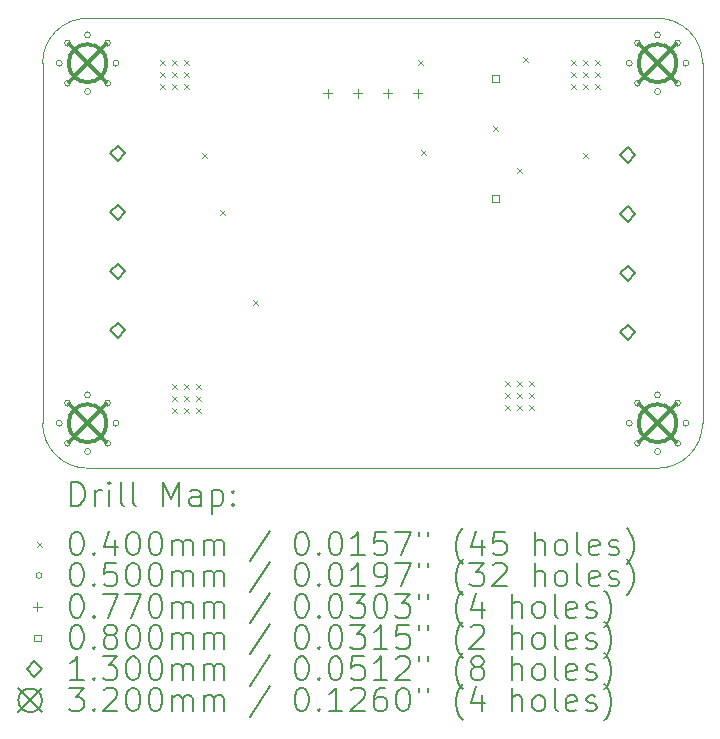
<source format=gbr>
%TF.GenerationSoftware,KiCad,Pcbnew,7.0.1*%
%TF.CreationDate,2025-08-08T09:31:10+07:00*%
%TF.ProjectId,Isolated-Serial-PCB,49736f6c-6174-4656-942d-53657269616c,rev?*%
%TF.SameCoordinates,Original*%
%TF.FileFunction,Drillmap*%
%TF.FilePolarity,Positive*%
%FSLAX45Y45*%
G04 Gerber Fmt 4.5, Leading zero omitted, Abs format (unit mm)*
G04 Created by KiCad (PCBNEW 7.0.1) date 2025-08-08 09:31:10*
%MOMM*%
%LPD*%
G01*
G04 APERTURE LIST*
%ADD10C,0.100000*%
%ADD11C,0.200000*%
%ADD12C,0.040000*%
%ADD13C,0.050000*%
%ADD14C,0.077000*%
%ADD15C,0.080000*%
%ADD16C,0.130000*%
%ADD17C,0.320000*%
G04 APERTURE END LIST*
D10*
X12369800Y-7653400D02*
X17195800Y-7653400D01*
X17195800Y-11463400D02*
X12369800Y-11463400D01*
X17576800Y-8034400D02*
G75*
G03*
X17195800Y-7653400I-381000J0D01*
G01*
X11988800Y-11082400D02*
X11988800Y-8034400D01*
X12369800Y-7653400D02*
G75*
G03*
X11988800Y-8034400I0J-381000D01*
G01*
X11988800Y-11082400D02*
G75*
G03*
X12369800Y-11463400I381000J0D01*
G01*
X17195800Y-11463400D02*
G75*
G03*
X17576800Y-11082400I0J381000D01*
G01*
X17576800Y-8034400D02*
X17576800Y-11082400D01*
D11*
D12*
X12984800Y-8006400D02*
X13024800Y-8046400D01*
X13024800Y-8006400D02*
X12984800Y-8046400D01*
X12984800Y-8108000D02*
X13024800Y-8148000D01*
X13024800Y-8108000D02*
X12984800Y-8148000D01*
X12984800Y-8209600D02*
X13024800Y-8249600D01*
X13024800Y-8209600D02*
X12984800Y-8249600D01*
X13086400Y-8006400D02*
X13126400Y-8046400D01*
X13126400Y-8006400D02*
X13086400Y-8046400D01*
X13086400Y-8108000D02*
X13126400Y-8148000D01*
X13126400Y-8108000D02*
X13086400Y-8148000D01*
X13086400Y-8209600D02*
X13126400Y-8249600D01*
X13126400Y-8209600D02*
X13086400Y-8249600D01*
X13086400Y-10749600D02*
X13126400Y-10789600D01*
X13126400Y-10749600D02*
X13086400Y-10789600D01*
X13086400Y-10851200D02*
X13126400Y-10891200D01*
X13126400Y-10851200D02*
X13086400Y-10891200D01*
X13086400Y-10952800D02*
X13126400Y-10992800D01*
X13126400Y-10952800D02*
X13086400Y-10992800D01*
X13188000Y-8006400D02*
X13228000Y-8046400D01*
X13228000Y-8006400D02*
X13188000Y-8046400D01*
X13188000Y-8108000D02*
X13228000Y-8148000D01*
X13228000Y-8108000D02*
X13188000Y-8148000D01*
X13188000Y-8209600D02*
X13228000Y-8249600D01*
X13228000Y-8209600D02*
X13188000Y-8249600D01*
X13188000Y-10749600D02*
X13228000Y-10789600D01*
X13228000Y-10749600D02*
X13188000Y-10789600D01*
X13188000Y-10851200D02*
X13228000Y-10891200D01*
X13228000Y-10851200D02*
X13188000Y-10891200D01*
X13188000Y-10952800D02*
X13228000Y-10992800D01*
X13228000Y-10952800D02*
X13188000Y-10992800D01*
X13289600Y-10749600D02*
X13329600Y-10789600D01*
X13329600Y-10749600D02*
X13289600Y-10789600D01*
X13289600Y-10851200D02*
X13329600Y-10891200D01*
X13329600Y-10851200D02*
X13289600Y-10891200D01*
X13289600Y-10952800D02*
X13329600Y-10992800D01*
X13329600Y-10952800D02*
X13289600Y-10992800D01*
X13340400Y-8793800D02*
X13380400Y-8833800D01*
X13380400Y-8793800D02*
X13340400Y-8833800D01*
X13492800Y-9276400D02*
X13532800Y-9316400D01*
X13532800Y-9276400D02*
X13492800Y-9316400D01*
X13772200Y-10038400D02*
X13812200Y-10078400D01*
X13812200Y-10038400D02*
X13772200Y-10078400D01*
X15169200Y-8006400D02*
X15209200Y-8046400D01*
X15209200Y-8006400D02*
X15169200Y-8046400D01*
X15194600Y-8768400D02*
X15234600Y-8808400D01*
X15234600Y-8768400D02*
X15194600Y-8808400D01*
X15804200Y-8565200D02*
X15844200Y-8605200D01*
X15844200Y-8565200D02*
X15804200Y-8605200D01*
X15905800Y-10724200D02*
X15945800Y-10764200D01*
X15945800Y-10724200D02*
X15905800Y-10764200D01*
X15905800Y-10825800D02*
X15945800Y-10865800D01*
X15945800Y-10825800D02*
X15905800Y-10865800D01*
X15905800Y-10927400D02*
X15945800Y-10967400D01*
X15945800Y-10927400D02*
X15905800Y-10967400D01*
X16007380Y-10927340D02*
X16047380Y-10967340D01*
X16047380Y-10927340D02*
X16007380Y-10967340D01*
X16007400Y-8920800D02*
X16047400Y-8960800D01*
X16047400Y-8920800D02*
X16007400Y-8960800D01*
X16007400Y-10724200D02*
X16047400Y-10764200D01*
X16047400Y-10724200D02*
X16007400Y-10764200D01*
X16007400Y-10825800D02*
X16047400Y-10865800D01*
X16047400Y-10825800D02*
X16007400Y-10865800D01*
X16058200Y-7981000D02*
X16098200Y-8021000D01*
X16098200Y-7981000D02*
X16058200Y-8021000D01*
X16109000Y-10724200D02*
X16149000Y-10764200D01*
X16149000Y-10724200D02*
X16109000Y-10764200D01*
X16109000Y-10825800D02*
X16149000Y-10865800D01*
X16149000Y-10825800D02*
X16109000Y-10865800D01*
X16109000Y-10927400D02*
X16149000Y-10967400D01*
X16149000Y-10927400D02*
X16109000Y-10967400D01*
X16464600Y-8006400D02*
X16504600Y-8046400D01*
X16504600Y-8006400D02*
X16464600Y-8046400D01*
X16464600Y-8108000D02*
X16504600Y-8148000D01*
X16504600Y-8108000D02*
X16464600Y-8148000D01*
X16464600Y-8209600D02*
X16504600Y-8249600D01*
X16504600Y-8209600D02*
X16464600Y-8249600D01*
X16566180Y-8209539D02*
X16606180Y-8249539D01*
X16606180Y-8209539D02*
X16566180Y-8249539D01*
X16566200Y-8006400D02*
X16606200Y-8046400D01*
X16606200Y-8006400D02*
X16566200Y-8046400D01*
X16566200Y-8108000D02*
X16606200Y-8148000D01*
X16606200Y-8108000D02*
X16566200Y-8148000D01*
X16566200Y-8793800D02*
X16606200Y-8833800D01*
X16606200Y-8793800D02*
X16566200Y-8833800D01*
X16667800Y-8006400D02*
X16707800Y-8046400D01*
X16707800Y-8006400D02*
X16667800Y-8046400D01*
X16667800Y-8108000D02*
X16707800Y-8148000D01*
X16707800Y-8108000D02*
X16667800Y-8148000D01*
X16667800Y-8209600D02*
X16707800Y-8249600D01*
X16707800Y-8209600D02*
X16667800Y-8249600D01*
D13*
X12154800Y-8034400D02*
G75*
G03*
X12154800Y-8034400I-25000J0D01*
G01*
X12154800Y-11082400D02*
G75*
G03*
X12154800Y-11082400I-25000J0D01*
G01*
X12225094Y-7864694D02*
G75*
G03*
X12225094Y-7864694I-25000J0D01*
G01*
X12225094Y-8204106D02*
G75*
G03*
X12225094Y-8204106I-25000J0D01*
G01*
X12225094Y-10912694D02*
G75*
G03*
X12225094Y-10912694I-25000J0D01*
G01*
X12225094Y-11252106D02*
G75*
G03*
X12225094Y-11252106I-25000J0D01*
G01*
X12394800Y-7794400D02*
G75*
G03*
X12394800Y-7794400I-25000J0D01*
G01*
X12394800Y-8274400D02*
G75*
G03*
X12394800Y-8274400I-25000J0D01*
G01*
X12394800Y-10842400D02*
G75*
G03*
X12394800Y-10842400I-25000J0D01*
G01*
X12394800Y-11322400D02*
G75*
G03*
X12394800Y-11322400I-25000J0D01*
G01*
X12564506Y-7864694D02*
G75*
G03*
X12564506Y-7864694I-25000J0D01*
G01*
X12564506Y-8204106D02*
G75*
G03*
X12564506Y-8204106I-25000J0D01*
G01*
X12564506Y-10912694D02*
G75*
G03*
X12564506Y-10912694I-25000J0D01*
G01*
X12564506Y-11252106D02*
G75*
G03*
X12564506Y-11252106I-25000J0D01*
G01*
X12634800Y-8034400D02*
G75*
G03*
X12634800Y-8034400I-25000J0D01*
G01*
X12634800Y-11082400D02*
G75*
G03*
X12634800Y-11082400I-25000J0D01*
G01*
X16980800Y-8034400D02*
G75*
G03*
X16980800Y-8034400I-25000J0D01*
G01*
X16980800Y-11082400D02*
G75*
G03*
X16980800Y-11082400I-25000J0D01*
G01*
X17051094Y-7864694D02*
G75*
G03*
X17051094Y-7864694I-25000J0D01*
G01*
X17051094Y-8204106D02*
G75*
G03*
X17051094Y-8204106I-25000J0D01*
G01*
X17051094Y-10912694D02*
G75*
G03*
X17051094Y-10912694I-25000J0D01*
G01*
X17051094Y-11252106D02*
G75*
G03*
X17051094Y-11252106I-25000J0D01*
G01*
X17220800Y-7794400D02*
G75*
G03*
X17220800Y-7794400I-25000J0D01*
G01*
X17220800Y-8274400D02*
G75*
G03*
X17220800Y-8274400I-25000J0D01*
G01*
X17220800Y-10842400D02*
G75*
G03*
X17220800Y-10842400I-25000J0D01*
G01*
X17220800Y-11322400D02*
G75*
G03*
X17220800Y-11322400I-25000J0D01*
G01*
X17390506Y-7864694D02*
G75*
G03*
X17390506Y-7864694I-25000J0D01*
G01*
X17390506Y-8204106D02*
G75*
G03*
X17390506Y-8204106I-25000J0D01*
G01*
X17390506Y-10912694D02*
G75*
G03*
X17390506Y-10912694I-25000J0D01*
G01*
X17390506Y-11252106D02*
G75*
G03*
X17390506Y-11252106I-25000J0D01*
G01*
X17460800Y-8034400D02*
G75*
G03*
X17460800Y-8034400I-25000J0D01*
G01*
X17460800Y-11082400D02*
G75*
G03*
X17460800Y-11082400I-25000J0D01*
G01*
D14*
X14401800Y-8249900D02*
X14401800Y-8326900D01*
X14363300Y-8288400D02*
X14440300Y-8288400D01*
X14655800Y-8249900D02*
X14655800Y-8326900D01*
X14617300Y-8288400D02*
X14694300Y-8288400D01*
X14909800Y-8249900D02*
X14909800Y-8326900D01*
X14871300Y-8288400D02*
X14948300Y-8288400D01*
X15163800Y-8249900D02*
X15163800Y-8326900D01*
X15125300Y-8288400D02*
X15202300Y-8288400D01*
D15*
X15852484Y-8189684D02*
X15852484Y-8133115D01*
X15795915Y-8133115D01*
X15795915Y-8189684D01*
X15852484Y-8189684D01*
X15852484Y-9205684D02*
X15852484Y-9149115D01*
X15795915Y-9149115D01*
X15795915Y-9205684D01*
X15852484Y-9205684D01*
D16*
X12623800Y-8861400D02*
X12688800Y-8796400D01*
X12623800Y-8731400D01*
X12558800Y-8796400D01*
X12623800Y-8861400D01*
X12623800Y-9361400D02*
X12688800Y-9296400D01*
X12623800Y-9231400D01*
X12558800Y-9296400D01*
X12623800Y-9361400D01*
X12623800Y-9861400D02*
X12688800Y-9796400D01*
X12623800Y-9731400D01*
X12558800Y-9796400D01*
X12623800Y-9861400D01*
X12623800Y-10361400D02*
X12688800Y-10296400D01*
X12623800Y-10231400D01*
X12558800Y-10296400D01*
X12623800Y-10361400D01*
X16941800Y-8877400D02*
X17006800Y-8812400D01*
X16941800Y-8747400D01*
X16876800Y-8812400D01*
X16941800Y-8877400D01*
X16941800Y-9377400D02*
X17006800Y-9312400D01*
X16941800Y-9247400D01*
X16876800Y-9312400D01*
X16941800Y-9377400D01*
X16941800Y-9877400D02*
X17006800Y-9812400D01*
X16941800Y-9747400D01*
X16876800Y-9812400D01*
X16941800Y-9877400D01*
X16941800Y-10377400D02*
X17006800Y-10312400D01*
X16941800Y-10247400D01*
X16876800Y-10312400D01*
X16941800Y-10377400D01*
D17*
X12209800Y-7874400D02*
X12529800Y-8194400D01*
X12529800Y-7874400D02*
X12209800Y-8194400D01*
X12529800Y-8034400D02*
G75*
G03*
X12529800Y-8034400I-160000J0D01*
G01*
X12209800Y-10922400D02*
X12529800Y-11242400D01*
X12529800Y-10922400D02*
X12209800Y-11242400D01*
X12529800Y-11082400D02*
G75*
G03*
X12529800Y-11082400I-160000J0D01*
G01*
X17035800Y-7874400D02*
X17355800Y-8194400D01*
X17355800Y-7874400D02*
X17035800Y-8194400D01*
X17355800Y-8034400D02*
G75*
G03*
X17355800Y-8034400I-160000J0D01*
G01*
X17035800Y-10922400D02*
X17355800Y-11242400D01*
X17355800Y-10922400D02*
X17035800Y-11242400D01*
X17355800Y-11082400D02*
G75*
G03*
X17355800Y-11082400I-160000J0D01*
G01*
D11*
X12231419Y-11780924D02*
X12231419Y-11580924D01*
X12231419Y-11580924D02*
X12279038Y-11580924D01*
X12279038Y-11580924D02*
X12307609Y-11590448D01*
X12307609Y-11590448D02*
X12326657Y-11609495D01*
X12326657Y-11609495D02*
X12336181Y-11628543D01*
X12336181Y-11628543D02*
X12345705Y-11666638D01*
X12345705Y-11666638D02*
X12345705Y-11695209D01*
X12345705Y-11695209D02*
X12336181Y-11733305D01*
X12336181Y-11733305D02*
X12326657Y-11752352D01*
X12326657Y-11752352D02*
X12307609Y-11771400D01*
X12307609Y-11771400D02*
X12279038Y-11780924D01*
X12279038Y-11780924D02*
X12231419Y-11780924D01*
X12431419Y-11780924D02*
X12431419Y-11647590D01*
X12431419Y-11685686D02*
X12440943Y-11666638D01*
X12440943Y-11666638D02*
X12450467Y-11657114D01*
X12450467Y-11657114D02*
X12469514Y-11647590D01*
X12469514Y-11647590D02*
X12488562Y-11647590D01*
X12555228Y-11780924D02*
X12555228Y-11647590D01*
X12555228Y-11580924D02*
X12545705Y-11590448D01*
X12545705Y-11590448D02*
X12555228Y-11599971D01*
X12555228Y-11599971D02*
X12564752Y-11590448D01*
X12564752Y-11590448D02*
X12555228Y-11580924D01*
X12555228Y-11580924D02*
X12555228Y-11599971D01*
X12679038Y-11780924D02*
X12659990Y-11771400D01*
X12659990Y-11771400D02*
X12650467Y-11752352D01*
X12650467Y-11752352D02*
X12650467Y-11580924D01*
X12783800Y-11780924D02*
X12764752Y-11771400D01*
X12764752Y-11771400D02*
X12755228Y-11752352D01*
X12755228Y-11752352D02*
X12755228Y-11580924D01*
X13012371Y-11780924D02*
X13012371Y-11580924D01*
X13012371Y-11580924D02*
X13079038Y-11723781D01*
X13079038Y-11723781D02*
X13145705Y-11580924D01*
X13145705Y-11580924D02*
X13145705Y-11780924D01*
X13326657Y-11780924D02*
X13326657Y-11676162D01*
X13326657Y-11676162D02*
X13317133Y-11657114D01*
X13317133Y-11657114D02*
X13298086Y-11647590D01*
X13298086Y-11647590D02*
X13259990Y-11647590D01*
X13259990Y-11647590D02*
X13240943Y-11657114D01*
X13326657Y-11771400D02*
X13307609Y-11780924D01*
X13307609Y-11780924D02*
X13259990Y-11780924D01*
X13259990Y-11780924D02*
X13240943Y-11771400D01*
X13240943Y-11771400D02*
X13231419Y-11752352D01*
X13231419Y-11752352D02*
X13231419Y-11733305D01*
X13231419Y-11733305D02*
X13240943Y-11714257D01*
X13240943Y-11714257D02*
X13259990Y-11704733D01*
X13259990Y-11704733D02*
X13307609Y-11704733D01*
X13307609Y-11704733D02*
X13326657Y-11695209D01*
X13421895Y-11647590D02*
X13421895Y-11847590D01*
X13421895Y-11657114D02*
X13440943Y-11647590D01*
X13440943Y-11647590D02*
X13479038Y-11647590D01*
X13479038Y-11647590D02*
X13498086Y-11657114D01*
X13498086Y-11657114D02*
X13507609Y-11666638D01*
X13507609Y-11666638D02*
X13517133Y-11685686D01*
X13517133Y-11685686D02*
X13517133Y-11742828D01*
X13517133Y-11742828D02*
X13507609Y-11761876D01*
X13507609Y-11761876D02*
X13498086Y-11771400D01*
X13498086Y-11771400D02*
X13479038Y-11780924D01*
X13479038Y-11780924D02*
X13440943Y-11780924D01*
X13440943Y-11780924D02*
X13421895Y-11771400D01*
X13602848Y-11761876D02*
X13612371Y-11771400D01*
X13612371Y-11771400D02*
X13602848Y-11780924D01*
X13602848Y-11780924D02*
X13593324Y-11771400D01*
X13593324Y-11771400D02*
X13602848Y-11761876D01*
X13602848Y-11761876D02*
X13602848Y-11780924D01*
X13602848Y-11657114D02*
X13612371Y-11666638D01*
X13612371Y-11666638D02*
X13602848Y-11676162D01*
X13602848Y-11676162D02*
X13593324Y-11666638D01*
X13593324Y-11666638D02*
X13602848Y-11657114D01*
X13602848Y-11657114D02*
X13602848Y-11676162D01*
D12*
X11943800Y-12088400D02*
X11983800Y-12128400D01*
X11983800Y-12088400D02*
X11943800Y-12128400D01*
D11*
X12269514Y-12000924D02*
X12288562Y-12000924D01*
X12288562Y-12000924D02*
X12307609Y-12010448D01*
X12307609Y-12010448D02*
X12317133Y-12019971D01*
X12317133Y-12019971D02*
X12326657Y-12039019D01*
X12326657Y-12039019D02*
X12336181Y-12077114D01*
X12336181Y-12077114D02*
X12336181Y-12124733D01*
X12336181Y-12124733D02*
X12326657Y-12162828D01*
X12326657Y-12162828D02*
X12317133Y-12181876D01*
X12317133Y-12181876D02*
X12307609Y-12191400D01*
X12307609Y-12191400D02*
X12288562Y-12200924D01*
X12288562Y-12200924D02*
X12269514Y-12200924D01*
X12269514Y-12200924D02*
X12250467Y-12191400D01*
X12250467Y-12191400D02*
X12240943Y-12181876D01*
X12240943Y-12181876D02*
X12231419Y-12162828D01*
X12231419Y-12162828D02*
X12221895Y-12124733D01*
X12221895Y-12124733D02*
X12221895Y-12077114D01*
X12221895Y-12077114D02*
X12231419Y-12039019D01*
X12231419Y-12039019D02*
X12240943Y-12019971D01*
X12240943Y-12019971D02*
X12250467Y-12010448D01*
X12250467Y-12010448D02*
X12269514Y-12000924D01*
X12421895Y-12181876D02*
X12431419Y-12191400D01*
X12431419Y-12191400D02*
X12421895Y-12200924D01*
X12421895Y-12200924D02*
X12412371Y-12191400D01*
X12412371Y-12191400D02*
X12421895Y-12181876D01*
X12421895Y-12181876D02*
X12421895Y-12200924D01*
X12602848Y-12067590D02*
X12602848Y-12200924D01*
X12555228Y-11991400D02*
X12507609Y-12134257D01*
X12507609Y-12134257D02*
X12631419Y-12134257D01*
X12745705Y-12000924D02*
X12764752Y-12000924D01*
X12764752Y-12000924D02*
X12783800Y-12010448D01*
X12783800Y-12010448D02*
X12793324Y-12019971D01*
X12793324Y-12019971D02*
X12802848Y-12039019D01*
X12802848Y-12039019D02*
X12812371Y-12077114D01*
X12812371Y-12077114D02*
X12812371Y-12124733D01*
X12812371Y-12124733D02*
X12802848Y-12162828D01*
X12802848Y-12162828D02*
X12793324Y-12181876D01*
X12793324Y-12181876D02*
X12783800Y-12191400D01*
X12783800Y-12191400D02*
X12764752Y-12200924D01*
X12764752Y-12200924D02*
X12745705Y-12200924D01*
X12745705Y-12200924D02*
X12726657Y-12191400D01*
X12726657Y-12191400D02*
X12717133Y-12181876D01*
X12717133Y-12181876D02*
X12707609Y-12162828D01*
X12707609Y-12162828D02*
X12698086Y-12124733D01*
X12698086Y-12124733D02*
X12698086Y-12077114D01*
X12698086Y-12077114D02*
X12707609Y-12039019D01*
X12707609Y-12039019D02*
X12717133Y-12019971D01*
X12717133Y-12019971D02*
X12726657Y-12010448D01*
X12726657Y-12010448D02*
X12745705Y-12000924D01*
X12936181Y-12000924D02*
X12955229Y-12000924D01*
X12955229Y-12000924D02*
X12974276Y-12010448D01*
X12974276Y-12010448D02*
X12983800Y-12019971D01*
X12983800Y-12019971D02*
X12993324Y-12039019D01*
X12993324Y-12039019D02*
X13002848Y-12077114D01*
X13002848Y-12077114D02*
X13002848Y-12124733D01*
X13002848Y-12124733D02*
X12993324Y-12162828D01*
X12993324Y-12162828D02*
X12983800Y-12181876D01*
X12983800Y-12181876D02*
X12974276Y-12191400D01*
X12974276Y-12191400D02*
X12955229Y-12200924D01*
X12955229Y-12200924D02*
X12936181Y-12200924D01*
X12936181Y-12200924D02*
X12917133Y-12191400D01*
X12917133Y-12191400D02*
X12907609Y-12181876D01*
X12907609Y-12181876D02*
X12898086Y-12162828D01*
X12898086Y-12162828D02*
X12888562Y-12124733D01*
X12888562Y-12124733D02*
X12888562Y-12077114D01*
X12888562Y-12077114D02*
X12898086Y-12039019D01*
X12898086Y-12039019D02*
X12907609Y-12019971D01*
X12907609Y-12019971D02*
X12917133Y-12010448D01*
X12917133Y-12010448D02*
X12936181Y-12000924D01*
X13088562Y-12200924D02*
X13088562Y-12067590D01*
X13088562Y-12086638D02*
X13098086Y-12077114D01*
X13098086Y-12077114D02*
X13117133Y-12067590D01*
X13117133Y-12067590D02*
X13145705Y-12067590D01*
X13145705Y-12067590D02*
X13164752Y-12077114D01*
X13164752Y-12077114D02*
X13174276Y-12096162D01*
X13174276Y-12096162D02*
X13174276Y-12200924D01*
X13174276Y-12096162D02*
X13183800Y-12077114D01*
X13183800Y-12077114D02*
X13202848Y-12067590D01*
X13202848Y-12067590D02*
X13231419Y-12067590D01*
X13231419Y-12067590D02*
X13250467Y-12077114D01*
X13250467Y-12077114D02*
X13259990Y-12096162D01*
X13259990Y-12096162D02*
X13259990Y-12200924D01*
X13355229Y-12200924D02*
X13355229Y-12067590D01*
X13355229Y-12086638D02*
X13364752Y-12077114D01*
X13364752Y-12077114D02*
X13383800Y-12067590D01*
X13383800Y-12067590D02*
X13412371Y-12067590D01*
X13412371Y-12067590D02*
X13431419Y-12077114D01*
X13431419Y-12077114D02*
X13440943Y-12096162D01*
X13440943Y-12096162D02*
X13440943Y-12200924D01*
X13440943Y-12096162D02*
X13450467Y-12077114D01*
X13450467Y-12077114D02*
X13469514Y-12067590D01*
X13469514Y-12067590D02*
X13498086Y-12067590D01*
X13498086Y-12067590D02*
X13517133Y-12077114D01*
X13517133Y-12077114D02*
X13526657Y-12096162D01*
X13526657Y-12096162D02*
X13526657Y-12200924D01*
X13917133Y-11991400D02*
X13745705Y-12248543D01*
X14174276Y-12000924D02*
X14193324Y-12000924D01*
X14193324Y-12000924D02*
X14212372Y-12010448D01*
X14212372Y-12010448D02*
X14221895Y-12019971D01*
X14221895Y-12019971D02*
X14231419Y-12039019D01*
X14231419Y-12039019D02*
X14240943Y-12077114D01*
X14240943Y-12077114D02*
X14240943Y-12124733D01*
X14240943Y-12124733D02*
X14231419Y-12162828D01*
X14231419Y-12162828D02*
X14221895Y-12181876D01*
X14221895Y-12181876D02*
X14212372Y-12191400D01*
X14212372Y-12191400D02*
X14193324Y-12200924D01*
X14193324Y-12200924D02*
X14174276Y-12200924D01*
X14174276Y-12200924D02*
X14155229Y-12191400D01*
X14155229Y-12191400D02*
X14145705Y-12181876D01*
X14145705Y-12181876D02*
X14136181Y-12162828D01*
X14136181Y-12162828D02*
X14126657Y-12124733D01*
X14126657Y-12124733D02*
X14126657Y-12077114D01*
X14126657Y-12077114D02*
X14136181Y-12039019D01*
X14136181Y-12039019D02*
X14145705Y-12019971D01*
X14145705Y-12019971D02*
X14155229Y-12010448D01*
X14155229Y-12010448D02*
X14174276Y-12000924D01*
X14326657Y-12181876D02*
X14336181Y-12191400D01*
X14336181Y-12191400D02*
X14326657Y-12200924D01*
X14326657Y-12200924D02*
X14317133Y-12191400D01*
X14317133Y-12191400D02*
X14326657Y-12181876D01*
X14326657Y-12181876D02*
X14326657Y-12200924D01*
X14459991Y-12000924D02*
X14479038Y-12000924D01*
X14479038Y-12000924D02*
X14498086Y-12010448D01*
X14498086Y-12010448D02*
X14507610Y-12019971D01*
X14507610Y-12019971D02*
X14517133Y-12039019D01*
X14517133Y-12039019D02*
X14526657Y-12077114D01*
X14526657Y-12077114D02*
X14526657Y-12124733D01*
X14526657Y-12124733D02*
X14517133Y-12162828D01*
X14517133Y-12162828D02*
X14507610Y-12181876D01*
X14507610Y-12181876D02*
X14498086Y-12191400D01*
X14498086Y-12191400D02*
X14479038Y-12200924D01*
X14479038Y-12200924D02*
X14459991Y-12200924D01*
X14459991Y-12200924D02*
X14440943Y-12191400D01*
X14440943Y-12191400D02*
X14431419Y-12181876D01*
X14431419Y-12181876D02*
X14421895Y-12162828D01*
X14421895Y-12162828D02*
X14412372Y-12124733D01*
X14412372Y-12124733D02*
X14412372Y-12077114D01*
X14412372Y-12077114D02*
X14421895Y-12039019D01*
X14421895Y-12039019D02*
X14431419Y-12019971D01*
X14431419Y-12019971D02*
X14440943Y-12010448D01*
X14440943Y-12010448D02*
X14459991Y-12000924D01*
X14717133Y-12200924D02*
X14602848Y-12200924D01*
X14659991Y-12200924D02*
X14659991Y-12000924D01*
X14659991Y-12000924D02*
X14640943Y-12029495D01*
X14640943Y-12029495D02*
X14621895Y-12048543D01*
X14621895Y-12048543D02*
X14602848Y-12058067D01*
X14898086Y-12000924D02*
X14802848Y-12000924D01*
X14802848Y-12000924D02*
X14793324Y-12096162D01*
X14793324Y-12096162D02*
X14802848Y-12086638D01*
X14802848Y-12086638D02*
X14821895Y-12077114D01*
X14821895Y-12077114D02*
X14869514Y-12077114D01*
X14869514Y-12077114D02*
X14888562Y-12086638D01*
X14888562Y-12086638D02*
X14898086Y-12096162D01*
X14898086Y-12096162D02*
X14907610Y-12115209D01*
X14907610Y-12115209D02*
X14907610Y-12162828D01*
X14907610Y-12162828D02*
X14898086Y-12181876D01*
X14898086Y-12181876D02*
X14888562Y-12191400D01*
X14888562Y-12191400D02*
X14869514Y-12200924D01*
X14869514Y-12200924D02*
X14821895Y-12200924D01*
X14821895Y-12200924D02*
X14802848Y-12191400D01*
X14802848Y-12191400D02*
X14793324Y-12181876D01*
X14974276Y-12000924D02*
X15107610Y-12000924D01*
X15107610Y-12000924D02*
X15021895Y-12200924D01*
X15174276Y-12000924D02*
X15174276Y-12039019D01*
X15250467Y-12000924D02*
X15250467Y-12039019D01*
X15545705Y-12277114D02*
X15536181Y-12267590D01*
X15536181Y-12267590D02*
X15517134Y-12239019D01*
X15517134Y-12239019D02*
X15507610Y-12219971D01*
X15507610Y-12219971D02*
X15498086Y-12191400D01*
X15498086Y-12191400D02*
X15488562Y-12143781D01*
X15488562Y-12143781D02*
X15488562Y-12105686D01*
X15488562Y-12105686D02*
X15498086Y-12058067D01*
X15498086Y-12058067D02*
X15507610Y-12029495D01*
X15507610Y-12029495D02*
X15517134Y-12010448D01*
X15517134Y-12010448D02*
X15536181Y-11981876D01*
X15536181Y-11981876D02*
X15545705Y-11972352D01*
X15707610Y-12067590D02*
X15707610Y-12200924D01*
X15659991Y-11991400D02*
X15612372Y-12134257D01*
X15612372Y-12134257D02*
X15736181Y-12134257D01*
X15907610Y-12000924D02*
X15812372Y-12000924D01*
X15812372Y-12000924D02*
X15802848Y-12096162D01*
X15802848Y-12096162D02*
X15812372Y-12086638D01*
X15812372Y-12086638D02*
X15831419Y-12077114D01*
X15831419Y-12077114D02*
X15879038Y-12077114D01*
X15879038Y-12077114D02*
X15898086Y-12086638D01*
X15898086Y-12086638D02*
X15907610Y-12096162D01*
X15907610Y-12096162D02*
X15917134Y-12115209D01*
X15917134Y-12115209D02*
X15917134Y-12162828D01*
X15917134Y-12162828D02*
X15907610Y-12181876D01*
X15907610Y-12181876D02*
X15898086Y-12191400D01*
X15898086Y-12191400D02*
X15879038Y-12200924D01*
X15879038Y-12200924D02*
X15831419Y-12200924D01*
X15831419Y-12200924D02*
X15812372Y-12191400D01*
X15812372Y-12191400D02*
X15802848Y-12181876D01*
X16155229Y-12200924D02*
X16155229Y-12000924D01*
X16240943Y-12200924D02*
X16240943Y-12096162D01*
X16240943Y-12096162D02*
X16231419Y-12077114D01*
X16231419Y-12077114D02*
X16212372Y-12067590D01*
X16212372Y-12067590D02*
X16183800Y-12067590D01*
X16183800Y-12067590D02*
X16164753Y-12077114D01*
X16164753Y-12077114D02*
X16155229Y-12086638D01*
X16364753Y-12200924D02*
X16345705Y-12191400D01*
X16345705Y-12191400D02*
X16336181Y-12181876D01*
X16336181Y-12181876D02*
X16326657Y-12162828D01*
X16326657Y-12162828D02*
X16326657Y-12105686D01*
X16326657Y-12105686D02*
X16336181Y-12086638D01*
X16336181Y-12086638D02*
X16345705Y-12077114D01*
X16345705Y-12077114D02*
X16364753Y-12067590D01*
X16364753Y-12067590D02*
X16393324Y-12067590D01*
X16393324Y-12067590D02*
X16412372Y-12077114D01*
X16412372Y-12077114D02*
X16421896Y-12086638D01*
X16421896Y-12086638D02*
X16431419Y-12105686D01*
X16431419Y-12105686D02*
X16431419Y-12162828D01*
X16431419Y-12162828D02*
X16421896Y-12181876D01*
X16421896Y-12181876D02*
X16412372Y-12191400D01*
X16412372Y-12191400D02*
X16393324Y-12200924D01*
X16393324Y-12200924D02*
X16364753Y-12200924D01*
X16545705Y-12200924D02*
X16526657Y-12191400D01*
X16526657Y-12191400D02*
X16517134Y-12172352D01*
X16517134Y-12172352D02*
X16517134Y-12000924D01*
X16698086Y-12191400D02*
X16679038Y-12200924D01*
X16679038Y-12200924D02*
X16640943Y-12200924D01*
X16640943Y-12200924D02*
X16621896Y-12191400D01*
X16621896Y-12191400D02*
X16612372Y-12172352D01*
X16612372Y-12172352D02*
X16612372Y-12096162D01*
X16612372Y-12096162D02*
X16621896Y-12077114D01*
X16621896Y-12077114D02*
X16640943Y-12067590D01*
X16640943Y-12067590D02*
X16679038Y-12067590D01*
X16679038Y-12067590D02*
X16698086Y-12077114D01*
X16698086Y-12077114D02*
X16707610Y-12096162D01*
X16707610Y-12096162D02*
X16707610Y-12115209D01*
X16707610Y-12115209D02*
X16612372Y-12134257D01*
X16783800Y-12191400D02*
X16802848Y-12200924D01*
X16802848Y-12200924D02*
X16840943Y-12200924D01*
X16840943Y-12200924D02*
X16859991Y-12191400D01*
X16859991Y-12191400D02*
X16869515Y-12172352D01*
X16869515Y-12172352D02*
X16869515Y-12162828D01*
X16869515Y-12162828D02*
X16859991Y-12143781D01*
X16859991Y-12143781D02*
X16840943Y-12134257D01*
X16840943Y-12134257D02*
X16812372Y-12134257D01*
X16812372Y-12134257D02*
X16793324Y-12124733D01*
X16793324Y-12124733D02*
X16783800Y-12105686D01*
X16783800Y-12105686D02*
X16783800Y-12096162D01*
X16783800Y-12096162D02*
X16793324Y-12077114D01*
X16793324Y-12077114D02*
X16812372Y-12067590D01*
X16812372Y-12067590D02*
X16840943Y-12067590D01*
X16840943Y-12067590D02*
X16859991Y-12077114D01*
X16936181Y-12277114D02*
X16945705Y-12267590D01*
X16945705Y-12267590D02*
X16964753Y-12239019D01*
X16964753Y-12239019D02*
X16974277Y-12219971D01*
X16974277Y-12219971D02*
X16983800Y-12191400D01*
X16983800Y-12191400D02*
X16993324Y-12143781D01*
X16993324Y-12143781D02*
X16993324Y-12105686D01*
X16993324Y-12105686D02*
X16983800Y-12058067D01*
X16983800Y-12058067D02*
X16974277Y-12029495D01*
X16974277Y-12029495D02*
X16964753Y-12010448D01*
X16964753Y-12010448D02*
X16945705Y-11981876D01*
X16945705Y-11981876D02*
X16936181Y-11972352D01*
D13*
X11983800Y-12372400D02*
G75*
G03*
X11983800Y-12372400I-25000J0D01*
G01*
D11*
X12269514Y-12264924D02*
X12288562Y-12264924D01*
X12288562Y-12264924D02*
X12307609Y-12274448D01*
X12307609Y-12274448D02*
X12317133Y-12283971D01*
X12317133Y-12283971D02*
X12326657Y-12303019D01*
X12326657Y-12303019D02*
X12336181Y-12341114D01*
X12336181Y-12341114D02*
X12336181Y-12388733D01*
X12336181Y-12388733D02*
X12326657Y-12426828D01*
X12326657Y-12426828D02*
X12317133Y-12445876D01*
X12317133Y-12445876D02*
X12307609Y-12455400D01*
X12307609Y-12455400D02*
X12288562Y-12464924D01*
X12288562Y-12464924D02*
X12269514Y-12464924D01*
X12269514Y-12464924D02*
X12250467Y-12455400D01*
X12250467Y-12455400D02*
X12240943Y-12445876D01*
X12240943Y-12445876D02*
X12231419Y-12426828D01*
X12231419Y-12426828D02*
X12221895Y-12388733D01*
X12221895Y-12388733D02*
X12221895Y-12341114D01*
X12221895Y-12341114D02*
X12231419Y-12303019D01*
X12231419Y-12303019D02*
X12240943Y-12283971D01*
X12240943Y-12283971D02*
X12250467Y-12274448D01*
X12250467Y-12274448D02*
X12269514Y-12264924D01*
X12421895Y-12445876D02*
X12431419Y-12455400D01*
X12431419Y-12455400D02*
X12421895Y-12464924D01*
X12421895Y-12464924D02*
X12412371Y-12455400D01*
X12412371Y-12455400D02*
X12421895Y-12445876D01*
X12421895Y-12445876D02*
X12421895Y-12464924D01*
X12612371Y-12264924D02*
X12517133Y-12264924D01*
X12517133Y-12264924D02*
X12507609Y-12360162D01*
X12507609Y-12360162D02*
X12517133Y-12350638D01*
X12517133Y-12350638D02*
X12536181Y-12341114D01*
X12536181Y-12341114D02*
X12583800Y-12341114D01*
X12583800Y-12341114D02*
X12602848Y-12350638D01*
X12602848Y-12350638D02*
X12612371Y-12360162D01*
X12612371Y-12360162D02*
X12621895Y-12379209D01*
X12621895Y-12379209D02*
X12621895Y-12426828D01*
X12621895Y-12426828D02*
X12612371Y-12445876D01*
X12612371Y-12445876D02*
X12602848Y-12455400D01*
X12602848Y-12455400D02*
X12583800Y-12464924D01*
X12583800Y-12464924D02*
X12536181Y-12464924D01*
X12536181Y-12464924D02*
X12517133Y-12455400D01*
X12517133Y-12455400D02*
X12507609Y-12445876D01*
X12745705Y-12264924D02*
X12764752Y-12264924D01*
X12764752Y-12264924D02*
X12783800Y-12274448D01*
X12783800Y-12274448D02*
X12793324Y-12283971D01*
X12793324Y-12283971D02*
X12802848Y-12303019D01*
X12802848Y-12303019D02*
X12812371Y-12341114D01*
X12812371Y-12341114D02*
X12812371Y-12388733D01*
X12812371Y-12388733D02*
X12802848Y-12426828D01*
X12802848Y-12426828D02*
X12793324Y-12445876D01*
X12793324Y-12445876D02*
X12783800Y-12455400D01*
X12783800Y-12455400D02*
X12764752Y-12464924D01*
X12764752Y-12464924D02*
X12745705Y-12464924D01*
X12745705Y-12464924D02*
X12726657Y-12455400D01*
X12726657Y-12455400D02*
X12717133Y-12445876D01*
X12717133Y-12445876D02*
X12707609Y-12426828D01*
X12707609Y-12426828D02*
X12698086Y-12388733D01*
X12698086Y-12388733D02*
X12698086Y-12341114D01*
X12698086Y-12341114D02*
X12707609Y-12303019D01*
X12707609Y-12303019D02*
X12717133Y-12283971D01*
X12717133Y-12283971D02*
X12726657Y-12274448D01*
X12726657Y-12274448D02*
X12745705Y-12264924D01*
X12936181Y-12264924D02*
X12955229Y-12264924D01*
X12955229Y-12264924D02*
X12974276Y-12274448D01*
X12974276Y-12274448D02*
X12983800Y-12283971D01*
X12983800Y-12283971D02*
X12993324Y-12303019D01*
X12993324Y-12303019D02*
X13002848Y-12341114D01*
X13002848Y-12341114D02*
X13002848Y-12388733D01*
X13002848Y-12388733D02*
X12993324Y-12426828D01*
X12993324Y-12426828D02*
X12983800Y-12445876D01*
X12983800Y-12445876D02*
X12974276Y-12455400D01*
X12974276Y-12455400D02*
X12955229Y-12464924D01*
X12955229Y-12464924D02*
X12936181Y-12464924D01*
X12936181Y-12464924D02*
X12917133Y-12455400D01*
X12917133Y-12455400D02*
X12907609Y-12445876D01*
X12907609Y-12445876D02*
X12898086Y-12426828D01*
X12898086Y-12426828D02*
X12888562Y-12388733D01*
X12888562Y-12388733D02*
X12888562Y-12341114D01*
X12888562Y-12341114D02*
X12898086Y-12303019D01*
X12898086Y-12303019D02*
X12907609Y-12283971D01*
X12907609Y-12283971D02*
X12917133Y-12274448D01*
X12917133Y-12274448D02*
X12936181Y-12264924D01*
X13088562Y-12464924D02*
X13088562Y-12331590D01*
X13088562Y-12350638D02*
X13098086Y-12341114D01*
X13098086Y-12341114D02*
X13117133Y-12331590D01*
X13117133Y-12331590D02*
X13145705Y-12331590D01*
X13145705Y-12331590D02*
X13164752Y-12341114D01*
X13164752Y-12341114D02*
X13174276Y-12360162D01*
X13174276Y-12360162D02*
X13174276Y-12464924D01*
X13174276Y-12360162D02*
X13183800Y-12341114D01*
X13183800Y-12341114D02*
X13202848Y-12331590D01*
X13202848Y-12331590D02*
X13231419Y-12331590D01*
X13231419Y-12331590D02*
X13250467Y-12341114D01*
X13250467Y-12341114D02*
X13259990Y-12360162D01*
X13259990Y-12360162D02*
X13259990Y-12464924D01*
X13355229Y-12464924D02*
X13355229Y-12331590D01*
X13355229Y-12350638D02*
X13364752Y-12341114D01*
X13364752Y-12341114D02*
X13383800Y-12331590D01*
X13383800Y-12331590D02*
X13412371Y-12331590D01*
X13412371Y-12331590D02*
X13431419Y-12341114D01*
X13431419Y-12341114D02*
X13440943Y-12360162D01*
X13440943Y-12360162D02*
X13440943Y-12464924D01*
X13440943Y-12360162D02*
X13450467Y-12341114D01*
X13450467Y-12341114D02*
X13469514Y-12331590D01*
X13469514Y-12331590D02*
X13498086Y-12331590D01*
X13498086Y-12331590D02*
X13517133Y-12341114D01*
X13517133Y-12341114D02*
X13526657Y-12360162D01*
X13526657Y-12360162D02*
X13526657Y-12464924D01*
X13917133Y-12255400D02*
X13745705Y-12512543D01*
X14174276Y-12264924D02*
X14193324Y-12264924D01*
X14193324Y-12264924D02*
X14212372Y-12274448D01*
X14212372Y-12274448D02*
X14221895Y-12283971D01*
X14221895Y-12283971D02*
X14231419Y-12303019D01*
X14231419Y-12303019D02*
X14240943Y-12341114D01*
X14240943Y-12341114D02*
X14240943Y-12388733D01*
X14240943Y-12388733D02*
X14231419Y-12426828D01*
X14231419Y-12426828D02*
X14221895Y-12445876D01*
X14221895Y-12445876D02*
X14212372Y-12455400D01*
X14212372Y-12455400D02*
X14193324Y-12464924D01*
X14193324Y-12464924D02*
X14174276Y-12464924D01*
X14174276Y-12464924D02*
X14155229Y-12455400D01*
X14155229Y-12455400D02*
X14145705Y-12445876D01*
X14145705Y-12445876D02*
X14136181Y-12426828D01*
X14136181Y-12426828D02*
X14126657Y-12388733D01*
X14126657Y-12388733D02*
X14126657Y-12341114D01*
X14126657Y-12341114D02*
X14136181Y-12303019D01*
X14136181Y-12303019D02*
X14145705Y-12283971D01*
X14145705Y-12283971D02*
X14155229Y-12274448D01*
X14155229Y-12274448D02*
X14174276Y-12264924D01*
X14326657Y-12445876D02*
X14336181Y-12455400D01*
X14336181Y-12455400D02*
X14326657Y-12464924D01*
X14326657Y-12464924D02*
X14317133Y-12455400D01*
X14317133Y-12455400D02*
X14326657Y-12445876D01*
X14326657Y-12445876D02*
X14326657Y-12464924D01*
X14459991Y-12264924D02*
X14479038Y-12264924D01*
X14479038Y-12264924D02*
X14498086Y-12274448D01*
X14498086Y-12274448D02*
X14507610Y-12283971D01*
X14507610Y-12283971D02*
X14517133Y-12303019D01*
X14517133Y-12303019D02*
X14526657Y-12341114D01*
X14526657Y-12341114D02*
X14526657Y-12388733D01*
X14526657Y-12388733D02*
X14517133Y-12426828D01*
X14517133Y-12426828D02*
X14507610Y-12445876D01*
X14507610Y-12445876D02*
X14498086Y-12455400D01*
X14498086Y-12455400D02*
X14479038Y-12464924D01*
X14479038Y-12464924D02*
X14459991Y-12464924D01*
X14459991Y-12464924D02*
X14440943Y-12455400D01*
X14440943Y-12455400D02*
X14431419Y-12445876D01*
X14431419Y-12445876D02*
X14421895Y-12426828D01*
X14421895Y-12426828D02*
X14412372Y-12388733D01*
X14412372Y-12388733D02*
X14412372Y-12341114D01*
X14412372Y-12341114D02*
X14421895Y-12303019D01*
X14421895Y-12303019D02*
X14431419Y-12283971D01*
X14431419Y-12283971D02*
X14440943Y-12274448D01*
X14440943Y-12274448D02*
X14459991Y-12264924D01*
X14717133Y-12464924D02*
X14602848Y-12464924D01*
X14659991Y-12464924D02*
X14659991Y-12264924D01*
X14659991Y-12264924D02*
X14640943Y-12293495D01*
X14640943Y-12293495D02*
X14621895Y-12312543D01*
X14621895Y-12312543D02*
X14602848Y-12322067D01*
X14812372Y-12464924D02*
X14850467Y-12464924D01*
X14850467Y-12464924D02*
X14869514Y-12455400D01*
X14869514Y-12455400D02*
X14879038Y-12445876D01*
X14879038Y-12445876D02*
X14898086Y-12417305D01*
X14898086Y-12417305D02*
X14907610Y-12379209D01*
X14907610Y-12379209D02*
X14907610Y-12303019D01*
X14907610Y-12303019D02*
X14898086Y-12283971D01*
X14898086Y-12283971D02*
X14888562Y-12274448D01*
X14888562Y-12274448D02*
X14869514Y-12264924D01*
X14869514Y-12264924D02*
X14831419Y-12264924D01*
X14831419Y-12264924D02*
X14812372Y-12274448D01*
X14812372Y-12274448D02*
X14802848Y-12283971D01*
X14802848Y-12283971D02*
X14793324Y-12303019D01*
X14793324Y-12303019D02*
X14793324Y-12350638D01*
X14793324Y-12350638D02*
X14802848Y-12369686D01*
X14802848Y-12369686D02*
X14812372Y-12379209D01*
X14812372Y-12379209D02*
X14831419Y-12388733D01*
X14831419Y-12388733D02*
X14869514Y-12388733D01*
X14869514Y-12388733D02*
X14888562Y-12379209D01*
X14888562Y-12379209D02*
X14898086Y-12369686D01*
X14898086Y-12369686D02*
X14907610Y-12350638D01*
X14974276Y-12264924D02*
X15107610Y-12264924D01*
X15107610Y-12264924D02*
X15021895Y-12464924D01*
X15174276Y-12264924D02*
X15174276Y-12303019D01*
X15250467Y-12264924D02*
X15250467Y-12303019D01*
X15545705Y-12541114D02*
X15536181Y-12531590D01*
X15536181Y-12531590D02*
X15517134Y-12503019D01*
X15517134Y-12503019D02*
X15507610Y-12483971D01*
X15507610Y-12483971D02*
X15498086Y-12455400D01*
X15498086Y-12455400D02*
X15488562Y-12407781D01*
X15488562Y-12407781D02*
X15488562Y-12369686D01*
X15488562Y-12369686D02*
X15498086Y-12322067D01*
X15498086Y-12322067D02*
X15507610Y-12293495D01*
X15507610Y-12293495D02*
X15517134Y-12274448D01*
X15517134Y-12274448D02*
X15536181Y-12245876D01*
X15536181Y-12245876D02*
X15545705Y-12236352D01*
X15602848Y-12264924D02*
X15726657Y-12264924D01*
X15726657Y-12264924D02*
X15659991Y-12341114D01*
X15659991Y-12341114D02*
X15688562Y-12341114D01*
X15688562Y-12341114D02*
X15707610Y-12350638D01*
X15707610Y-12350638D02*
X15717134Y-12360162D01*
X15717134Y-12360162D02*
X15726657Y-12379209D01*
X15726657Y-12379209D02*
X15726657Y-12426828D01*
X15726657Y-12426828D02*
X15717134Y-12445876D01*
X15717134Y-12445876D02*
X15707610Y-12455400D01*
X15707610Y-12455400D02*
X15688562Y-12464924D01*
X15688562Y-12464924D02*
X15631419Y-12464924D01*
X15631419Y-12464924D02*
X15612372Y-12455400D01*
X15612372Y-12455400D02*
X15602848Y-12445876D01*
X15802848Y-12283971D02*
X15812372Y-12274448D01*
X15812372Y-12274448D02*
X15831419Y-12264924D01*
X15831419Y-12264924D02*
X15879038Y-12264924D01*
X15879038Y-12264924D02*
X15898086Y-12274448D01*
X15898086Y-12274448D02*
X15907610Y-12283971D01*
X15907610Y-12283971D02*
X15917134Y-12303019D01*
X15917134Y-12303019D02*
X15917134Y-12322067D01*
X15917134Y-12322067D02*
X15907610Y-12350638D01*
X15907610Y-12350638D02*
X15793324Y-12464924D01*
X15793324Y-12464924D02*
X15917134Y-12464924D01*
X16155229Y-12464924D02*
X16155229Y-12264924D01*
X16240943Y-12464924D02*
X16240943Y-12360162D01*
X16240943Y-12360162D02*
X16231419Y-12341114D01*
X16231419Y-12341114D02*
X16212372Y-12331590D01*
X16212372Y-12331590D02*
X16183800Y-12331590D01*
X16183800Y-12331590D02*
X16164753Y-12341114D01*
X16164753Y-12341114D02*
X16155229Y-12350638D01*
X16364753Y-12464924D02*
X16345705Y-12455400D01*
X16345705Y-12455400D02*
X16336181Y-12445876D01*
X16336181Y-12445876D02*
X16326657Y-12426828D01*
X16326657Y-12426828D02*
X16326657Y-12369686D01*
X16326657Y-12369686D02*
X16336181Y-12350638D01*
X16336181Y-12350638D02*
X16345705Y-12341114D01*
X16345705Y-12341114D02*
X16364753Y-12331590D01*
X16364753Y-12331590D02*
X16393324Y-12331590D01*
X16393324Y-12331590D02*
X16412372Y-12341114D01*
X16412372Y-12341114D02*
X16421896Y-12350638D01*
X16421896Y-12350638D02*
X16431419Y-12369686D01*
X16431419Y-12369686D02*
X16431419Y-12426828D01*
X16431419Y-12426828D02*
X16421896Y-12445876D01*
X16421896Y-12445876D02*
X16412372Y-12455400D01*
X16412372Y-12455400D02*
X16393324Y-12464924D01*
X16393324Y-12464924D02*
X16364753Y-12464924D01*
X16545705Y-12464924D02*
X16526657Y-12455400D01*
X16526657Y-12455400D02*
X16517134Y-12436352D01*
X16517134Y-12436352D02*
X16517134Y-12264924D01*
X16698086Y-12455400D02*
X16679038Y-12464924D01*
X16679038Y-12464924D02*
X16640943Y-12464924D01*
X16640943Y-12464924D02*
X16621896Y-12455400D01*
X16621896Y-12455400D02*
X16612372Y-12436352D01*
X16612372Y-12436352D02*
X16612372Y-12360162D01*
X16612372Y-12360162D02*
X16621896Y-12341114D01*
X16621896Y-12341114D02*
X16640943Y-12331590D01*
X16640943Y-12331590D02*
X16679038Y-12331590D01*
X16679038Y-12331590D02*
X16698086Y-12341114D01*
X16698086Y-12341114D02*
X16707610Y-12360162D01*
X16707610Y-12360162D02*
X16707610Y-12379209D01*
X16707610Y-12379209D02*
X16612372Y-12398257D01*
X16783800Y-12455400D02*
X16802848Y-12464924D01*
X16802848Y-12464924D02*
X16840943Y-12464924D01*
X16840943Y-12464924D02*
X16859991Y-12455400D01*
X16859991Y-12455400D02*
X16869515Y-12436352D01*
X16869515Y-12436352D02*
X16869515Y-12426828D01*
X16869515Y-12426828D02*
X16859991Y-12407781D01*
X16859991Y-12407781D02*
X16840943Y-12398257D01*
X16840943Y-12398257D02*
X16812372Y-12398257D01*
X16812372Y-12398257D02*
X16793324Y-12388733D01*
X16793324Y-12388733D02*
X16783800Y-12369686D01*
X16783800Y-12369686D02*
X16783800Y-12360162D01*
X16783800Y-12360162D02*
X16793324Y-12341114D01*
X16793324Y-12341114D02*
X16812372Y-12331590D01*
X16812372Y-12331590D02*
X16840943Y-12331590D01*
X16840943Y-12331590D02*
X16859991Y-12341114D01*
X16936181Y-12541114D02*
X16945705Y-12531590D01*
X16945705Y-12531590D02*
X16964753Y-12503019D01*
X16964753Y-12503019D02*
X16974277Y-12483971D01*
X16974277Y-12483971D02*
X16983800Y-12455400D01*
X16983800Y-12455400D02*
X16993324Y-12407781D01*
X16993324Y-12407781D02*
X16993324Y-12369686D01*
X16993324Y-12369686D02*
X16983800Y-12322067D01*
X16983800Y-12322067D02*
X16974277Y-12293495D01*
X16974277Y-12293495D02*
X16964753Y-12274448D01*
X16964753Y-12274448D02*
X16945705Y-12245876D01*
X16945705Y-12245876D02*
X16936181Y-12236352D01*
D14*
X11945300Y-12597900D02*
X11945300Y-12674900D01*
X11906800Y-12636400D02*
X11983800Y-12636400D01*
D11*
X12269514Y-12528924D02*
X12288562Y-12528924D01*
X12288562Y-12528924D02*
X12307609Y-12538448D01*
X12307609Y-12538448D02*
X12317133Y-12547971D01*
X12317133Y-12547971D02*
X12326657Y-12567019D01*
X12326657Y-12567019D02*
X12336181Y-12605114D01*
X12336181Y-12605114D02*
X12336181Y-12652733D01*
X12336181Y-12652733D02*
X12326657Y-12690828D01*
X12326657Y-12690828D02*
X12317133Y-12709876D01*
X12317133Y-12709876D02*
X12307609Y-12719400D01*
X12307609Y-12719400D02*
X12288562Y-12728924D01*
X12288562Y-12728924D02*
X12269514Y-12728924D01*
X12269514Y-12728924D02*
X12250467Y-12719400D01*
X12250467Y-12719400D02*
X12240943Y-12709876D01*
X12240943Y-12709876D02*
X12231419Y-12690828D01*
X12231419Y-12690828D02*
X12221895Y-12652733D01*
X12221895Y-12652733D02*
X12221895Y-12605114D01*
X12221895Y-12605114D02*
X12231419Y-12567019D01*
X12231419Y-12567019D02*
X12240943Y-12547971D01*
X12240943Y-12547971D02*
X12250467Y-12538448D01*
X12250467Y-12538448D02*
X12269514Y-12528924D01*
X12421895Y-12709876D02*
X12431419Y-12719400D01*
X12431419Y-12719400D02*
X12421895Y-12728924D01*
X12421895Y-12728924D02*
X12412371Y-12719400D01*
X12412371Y-12719400D02*
X12421895Y-12709876D01*
X12421895Y-12709876D02*
X12421895Y-12728924D01*
X12498086Y-12528924D02*
X12631419Y-12528924D01*
X12631419Y-12528924D02*
X12545705Y-12728924D01*
X12688562Y-12528924D02*
X12821895Y-12528924D01*
X12821895Y-12528924D02*
X12736181Y-12728924D01*
X12936181Y-12528924D02*
X12955229Y-12528924D01*
X12955229Y-12528924D02*
X12974276Y-12538448D01*
X12974276Y-12538448D02*
X12983800Y-12547971D01*
X12983800Y-12547971D02*
X12993324Y-12567019D01*
X12993324Y-12567019D02*
X13002848Y-12605114D01*
X13002848Y-12605114D02*
X13002848Y-12652733D01*
X13002848Y-12652733D02*
X12993324Y-12690828D01*
X12993324Y-12690828D02*
X12983800Y-12709876D01*
X12983800Y-12709876D02*
X12974276Y-12719400D01*
X12974276Y-12719400D02*
X12955229Y-12728924D01*
X12955229Y-12728924D02*
X12936181Y-12728924D01*
X12936181Y-12728924D02*
X12917133Y-12719400D01*
X12917133Y-12719400D02*
X12907609Y-12709876D01*
X12907609Y-12709876D02*
X12898086Y-12690828D01*
X12898086Y-12690828D02*
X12888562Y-12652733D01*
X12888562Y-12652733D02*
X12888562Y-12605114D01*
X12888562Y-12605114D02*
X12898086Y-12567019D01*
X12898086Y-12567019D02*
X12907609Y-12547971D01*
X12907609Y-12547971D02*
X12917133Y-12538448D01*
X12917133Y-12538448D02*
X12936181Y-12528924D01*
X13088562Y-12728924D02*
X13088562Y-12595590D01*
X13088562Y-12614638D02*
X13098086Y-12605114D01*
X13098086Y-12605114D02*
X13117133Y-12595590D01*
X13117133Y-12595590D02*
X13145705Y-12595590D01*
X13145705Y-12595590D02*
X13164752Y-12605114D01*
X13164752Y-12605114D02*
X13174276Y-12624162D01*
X13174276Y-12624162D02*
X13174276Y-12728924D01*
X13174276Y-12624162D02*
X13183800Y-12605114D01*
X13183800Y-12605114D02*
X13202848Y-12595590D01*
X13202848Y-12595590D02*
X13231419Y-12595590D01*
X13231419Y-12595590D02*
X13250467Y-12605114D01*
X13250467Y-12605114D02*
X13259990Y-12624162D01*
X13259990Y-12624162D02*
X13259990Y-12728924D01*
X13355229Y-12728924D02*
X13355229Y-12595590D01*
X13355229Y-12614638D02*
X13364752Y-12605114D01*
X13364752Y-12605114D02*
X13383800Y-12595590D01*
X13383800Y-12595590D02*
X13412371Y-12595590D01*
X13412371Y-12595590D02*
X13431419Y-12605114D01*
X13431419Y-12605114D02*
X13440943Y-12624162D01*
X13440943Y-12624162D02*
X13440943Y-12728924D01*
X13440943Y-12624162D02*
X13450467Y-12605114D01*
X13450467Y-12605114D02*
X13469514Y-12595590D01*
X13469514Y-12595590D02*
X13498086Y-12595590D01*
X13498086Y-12595590D02*
X13517133Y-12605114D01*
X13517133Y-12605114D02*
X13526657Y-12624162D01*
X13526657Y-12624162D02*
X13526657Y-12728924D01*
X13917133Y-12519400D02*
X13745705Y-12776543D01*
X14174276Y-12528924D02*
X14193324Y-12528924D01*
X14193324Y-12528924D02*
X14212372Y-12538448D01*
X14212372Y-12538448D02*
X14221895Y-12547971D01*
X14221895Y-12547971D02*
X14231419Y-12567019D01*
X14231419Y-12567019D02*
X14240943Y-12605114D01*
X14240943Y-12605114D02*
X14240943Y-12652733D01*
X14240943Y-12652733D02*
X14231419Y-12690828D01*
X14231419Y-12690828D02*
X14221895Y-12709876D01*
X14221895Y-12709876D02*
X14212372Y-12719400D01*
X14212372Y-12719400D02*
X14193324Y-12728924D01*
X14193324Y-12728924D02*
X14174276Y-12728924D01*
X14174276Y-12728924D02*
X14155229Y-12719400D01*
X14155229Y-12719400D02*
X14145705Y-12709876D01*
X14145705Y-12709876D02*
X14136181Y-12690828D01*
X14136181Y-12690828D02*
X14126657Y-12652733D01*
X14126657Y-12652733D02*
X14126657Y-12605114D01*
X14126657Y-12605114D02*
X14136181Y-12567019D01*
X14136181Y-12567019D02*
X14145705Y-12547971D01*
X14145705Y-12547971D02*
X14155229Y-12538448D01*
X14155229Y-12538448D02*
X14174276Y-12528924D01*
X14326657Y-12709876D02*
X14336181Y-12719400D01*
X14336181Y-12719400D02*
X14326657Y-12728924D01*
X14326657Y-12728924D02*
X14317133Y-12719400D01*
X14317133Y-12719400D02*
X14326657Y-12709876D01*
X14326657Y-12709876D02*
X14326657Y-12728924D01*
X14459991Y-12528924D02*
X14479038Y-12528924D01*
X14479038Y-12528924D02*
X14498086Y-12538448D01*
X14498086Y-12538448D02*
X14507610Y-12547971D01*
X14507610Y-12547971D02*
X14517133Y-12567019D01*
X14517133Y-12567019D02*
X14526657Y-12605114D01*
X14526657Y-12605114D02*
X14526657Y-12652733D01*
X14526657Y-12652733D02*
X14517133Y-12690828D01*
X14517133Y-12690828D02*
X14507610Y-12709876D01*
X14507610Y-12709876D02*
X14498086Y-12719400D01*
X14498086Y-12719400D02*
X14479038Y-12728924D01*
X14479038Y-12728924D02*
X14459991Y-12728924D01*
X14459991Y-12728924D02*
X14440943Y-12719400D01*
X14440943Y-12719400D02*
X14431419Y-12709876D01*
X14431419Y-12709876D02*
X14421895Y-12690828D01*
X14421895Y-12690828D02*
X14412372Y-12652733D01*
X14412372Y-12652733D02*
X14412372Y-12605114D01*
X14412372Y-12605114D02*
X14421895Y-12567019D01*
X14421895Y-12567019D02*
X14431419Y-12547971D01*
X14431419Y-12547971D02*
X14440943Y-12538448D01*
X14440943Y-12538448D02*
X14459991Y-12528924D01*
X14593324Y-12528924D02*
X14717133Y-12528924D01*
X14717133Y-12528924D02*
X14650467Y-12605114D01*
X14650467Y-12605114D02*
X14679038Y-12605114D01*
X14679038Y-12605114D02*
X14698086Y-12614638D01*
X14698086Y-12614638D02*
X14707610Y-12624162D01*
X14707610Y-12624162D02*
X14717133Y-12643209D01*
X14717133Y-12643209D02*
X14717133Y-12690828D01*
X14717133Y-12690828D02*
X14707610Y-12709876D01*
X14707610Y-12709876D02*
X14698086Y-12719400D01*
X14698086Y-12719400D02*
X14679038Y-12728924D01*
X14679038Y-12728924D02*
X14621895Y-12728924D01*
X14621895Y-12728924D02*
X14602848Y-12719400D01*
X14602848Y-12719400D02*
X14593324Y-12709876D01*
X14840943Y-12528924D02*
X14859991Y-12528924D01*
X14859991Y-12528924D02*
X14879038Y-12538448D01*
X14879038Y-12538448D02*
X14888562Y-12547971D01*
X14888562Y-12547971D02*
X14898086Y-12567019D01*
X14898086Y-12567019D02*
X14907610Y-12605114D01*
X14907610Y-12605114D02*
X14907610Y-12652733D01*
X14907610Y-12652733D02*
X14898086Y-12690828D01*
X14898086Y-12690828D02*
X14888562Y-12709876D01*
X14888562Y-12709876D02*
X14879038Y-12719400D01*
X14879038Y-12719400D02*
X14859991Y-12728924D01*
X14859991Y-12728924D02*
X14840943Y-12728924D01*
X14840943Y-12728924D02*
X14821895Y-12719400D01*
X14821895Y-12719400D02*
X14812372Y-12709876D01*
X14812372Y-12709876D02*
X14802848Y-12690828D01*
X14802848Y-12690828D02*
X14793324Y-12652733D01*
X14793324Y-12652733D02*
X14793324Y-12605114D01*
X14793324Y-12605114D02*
X14802848Y-12567019D01*
X14802848Y-12567019D02*
X14812372Y-12547971D01*
X14812372Y-12547971D02*
X14821895Y-12538448D01*
X14821895Y-12538448D02*
X14840943Y-12528924D01*
X14974276Y-12528924D02*
X15098086Y-12528924D01*
X15098086Y-12528924D02*
X15031419Y-12605114D01*
X15031419Y-12605114D02*
X15059991Y-12605114D01*
X15059991Y-12605114D02*
X15079038Y-12614638D01*
X15079038Y-12614638D02*
X15088562Y-12624162D01*
X15088562Y-12624162D02*
X15098086Y-12643209D01*
X15098086Y-12643209D02*
X15098086Y-12690828D01*
X15098086Y-12690828D02*
X15088562Y-12709876D01*
X15088562Y-12709876D02*
X15079038Y-12719400D01*
X15079038Y-12719400D02*
X15059991Y-12728924D01*
X15059991Y-12728924D02*
X15002848Y-12728924D01*
X15002848Y-12728924D02*
X14983800Y-12719400D01*
X14983800Y-12719400D02*
X14974276Y-12709876D01*
X15174276Y-12528924D02*
X15174276Y-12567019D01*
X15250467Y-12528924D02*
X15250467Y-12567019D01*
X15545705Y-12805114D02*
X15536181Y-12795590D01*
X15536181Y-12795590D02*
X15517134Y-12767019D01*
X15517134Y-12767019D02*
X15507610Y-12747971D01*
X15507610Y-12747971D02*
X15498086Y-12719400D01*
X15498086Y-12719400D02*
X15488562Y-12671781D01*
X15488562Y-12671781D02*
X15488562Y-12633686D01*
X15488562Y-12633686D02*
X15498086Y-12586067D01*
X15498086Y-12586067D02*
X15507610Y-12557495D01*
X15507610Y-12557495D02*
X15517134Y-12538448D01*
X15517134Y-12538448D02*
X15536181Y-12509876D01*
X15536181Y-12509876D02*
X15545705Y-12500352D01*
X15707610Y-12595590D02*
X15707610Y-12728924D01*
X15659991Y-12519400D02*
X15612372Y-12662257D01*
X15612372Y-12662257D02*
X15736181Y-12662257D01*
X15964753Y-12728924D02*
X15964753Y-12528924D01*
X16050467Y-12728924D02*
X16050467Y-12624162D01*
X16050467Y-12624162D02*
X16040943Y-12605114D01*
X16040943Y-12605114D02*
X16021896Y-12595590D01*
X16021896Y-12595590D02*
X15993324Y-12595590D01*
X15993324Y-12595590D02*
X15974276Y-12605114D01*
X15974276Y-12605114D02*
X15964753Y-12614638D01*
X16174276Y-12728924D02*
X16155229Y-12719400D01*
X16155229Y-12719400D02*
X16145705Y-12709876D01*
X16145705Y-12709876D02*
X16136181Y-12690828D01*
X16136181Y-12690828D02*
X16136181Y-12633686D01*
X16136181Y-12633686D02*
X16145705Y-12614638D01*
X16145705Y-12614638D02*
X16155229Y-12605114D01*
X16155229Y-12605114D02*
X16174276Y-12595590D01*
X16174276Y-12595590D02*
X16202848Y-12595590D01*
X16202848Y-12595590D02*
X16221896Y-12605114D01*
X16221896Y-12605114D02*
X16231419Y-12614638D01*
X16231419Y-12614638D02*
X16240943Y-12633686D01*
X16240943Y-12633686D02*
X16240943Y-12690828D01*
X16240943Y-12690828D02*
X16231419Y-12709876D01*
X16231419Y-12709876D02*
X16221896Y-12719400D01*
X16221896Y-12719400D02*
X16202848Y-12728924D01*
X16202848Y-12728924D02*
X16174276Y-12728924D01*
X16355229Y-12728924D02*
X16336181Y-12719400D01*
X16336181Y-12719400D02*
X16326657Y-12700352D01*
X16326657Y-12700352D02*
X16326657Y-12528924D01*
X16507610Y-12719400D02*
X16488562Y-12728924D01*
X16488562Y-12728924D02*
X16450467Y-12728924D01*
X16450467Y-12728924D02*
X16431419Y-12719400D01*
X16431419Y-12719400D02*
X16421896Y-12700352D01*
X16421896Y-12700352D02*
X16421896Y-12624162D01*
X16421896Y-12624162D02*
X16431419Y-12605114D01*
X16431419Y-12605114D02*
X16450467Y-12595590D01*
X16450467Y-12595590D02*
X16488562Y-12595590D01*
X16488562Y-12595590D02*
X16507610Y-12605114D01*
X16507610Y-12605114D02*
X16517134Y-12624162D01*
X16517134Y-12624162D02*
X16517134Y-12643209D01*
X16517134Y-12643209D02*
X16421896Y-12662257D01*
X16593324Y-12719400D02*
X16612372Y-12728924D01*
X16612372Y-12728924D02*
X16650467Y-12728924D01*
X16650467Y-12728924D02*
X16669515Y-12719400D01*
X16669515Y-12719400D02*
X16679038Y-12700352D01*
X16679038Y-12700352D02*
X16679038Y-12690828D01*
X16679038Y-12690828D02*
X16669515Y-12671781D01*
X16669515Y-12671781D02*
X16650467Y-12662257D01*
X16650467Y-12662257D02*
X16621896Y-12662257D01*
X16621896Y-12662257D02*
X16602848Y-12652733D01*
X16602848Y-12652733D02*
X16593324Y-12633686D01*
X16593324Y-12633686D02*
X16593324Y-12624162D01*
X16593324Y-12624162D02*
X16602848Y-12605114D01*
X16602848Y-12605114D02*
X16621896Y-12595590D01*
X16621896Y-12595590D02*
X16650467Y-12595590D01*
X16650467Y-12595590D02*
X16669515Y-12605114D01*
X16745705Y-12805114D02*
X16755229Y-12795590D01*
X16755229Y-12795590D02*
X16774277Y-12767019D01*
X16774277Y-12767019D02*
X16783800Y-12747971D01*
X16783800Y-12747971D02*
X16793324Y-12719400D01*
X16793324Y-12719400D02*
X16802848Y-12671781D01*
X16802848Y-12671781D02*
X16802848Y-12633686D01*
X16802848Y-12633686D02*
X16793324Y-12586067D01*
X16793324Y-12586067D02*
X16783800Y-12557495D01*
X16783800Y-12557495D02*
X16774277Y-12538448D01*
X16774277Y-12538448D02*
X16755229Y-12509876D01*
X16755229Y-12509876D02*
X16745705Y-12500352D01*
D15*
X11972084Y-12928684D02*
X11972084Y-12872115D01*
X11915515Y-12872115D01*
X11915515Y-12928684D01*
X11972084Y-12928684D01*
D11*
X12269514Y-12792924D02*
X12288562Y-12792924D01*
X12288562Y-12792924D02*
X12307609Y-12802448D01*
X12307609Y-12802448D02*
X12317133Y-12811971D01*
X12317133Y-12811971D02*
X12326657Y-12831019D01*
X12326657Y-12831019D02*
X12336181Y-12869114D01*
X12336181Y-12869114D02*
X12336181Y-12916733D01*
X12336181Y-12916733D02*
X12326657Y-12954828D01*
X12326657Y-12954828D02*
X12317133Y-12973876D01*
X12317133Y-12973876D02*
X12307609Y-12983400D01*
X12307609Y-12983400D02*
X12288562Y-12992924D01*
X12288562Y-12992924D02*
X12269514Y-12992924D01*
X12269514Y-12992924D02*
X12250467Y-12983400D01*
X12250467Y-12983400D02*
X12240943Y-12973876D01*
X12240943Y-12973876D02*
X12231419Y-12954828D01*
X12231419Y-12954828D02*
X12221895Y-12916733D01*
X12221895Y-12916733D02*
X12221895Y-12869114D01*
X12221895Y-12869114D02*
X12231419Y-12831019D01*
X12231419Y-12831019D02*
X12240943Y-12811971D01*
X12240943Y-12811971D02*
X12250467Y-12802448D01*
X12250467Y-12802448D02*
X12269514Y-12792924D01*
X12421895Y-12973876D02*
X12431419Y-12983400D01*
X12431419Y-12983400D02*
X12421895Y-12992924D01*
X12421895Y-12992924D02*
X12412371Y-12983400D01*
X12412371Y-12983400D02*
X12421895Y-12973876D01*
X12421895Y-12973876D02*
X12421895Y-12992924D01*
X12545705Y-12878638D02*
X12526657Y-12869114D01*
X12526657Y-12869114D02*
X12517133Y-12859590D01*
X12517133Y-12859590D02*
X12507609Y-12840543D01*
X12507609Y-12840543D02*
X12507609Y-12831019D01*
X12507609Y-12831019D02*
X12517133Y-12811971D01*
X12517133Y-12811971D02*
X12526657Y-12802448D01*
X12526657Y-12802448D02*
X12545705Y-12792924D01*
X12545705Y-12792924D02*
X12583800Y-12792924D01*
X12583800Y-12792924D02*
X12602848Y-12802448D01*
X12602848Y-12802448D02*
X12612371Y-12811971D01*
X12612371Y-12811971D02*
X12621895Y-12831019D01*
X12621895Y-12831019D02*
X12621895Y-12840543D01*
X12621895Y-12840543D02*
X12612371Y-12859590D01*
X12612371Y-12859590D02*
X12602848Y-12869114D01*
X12602848Y-12869114D02*
X12583800Y-12878638D01*
X12583800Y-12878638D02*
X12545705Y-12878638D01*
X12545705Y-12878638D02*
X12526657Y-12888162D01*
X12526657Y-12888162D02*
X12517133Y-12897686D01*
X12517133Y-12897686D02*
X12507609Y-12916733D01*
X12507609Y-12916733D02*
X12507609Y-12954828D01*
X12507609Y-12954828D02*
X12517133Y-12973876D01*
X12517133Y-12973876D02*
X12526657Y-12983400D01*
X12526657Y-12983400D02*
X12545705Y-12992924D01*
X12545705Y-12992924D02*
X12583800Y-12992924D01*
X12583800Y-12992924D02*
X12602848Y-12983400D01*
X12602848Y-12983400D02*
X12612371Y-12973876D01*
X12612371Y-12973876D02*
X12621895Y-12954828D01*
X12621895Y-12954828D02*
X12621895Y-12916733D01*
X12621895Y-12916733D02*
X12612371Y-12897686D01*
X12612371Y-12897686D02*
X12602848Y-12888162D01*
X12602848Y-12888162D02*
X12583800Y-12878638D01*
X12745705Y-12792924D02*
X12764752Y-12792924D01*
X12764752Y-12792924D02*
X12783800Y-12802448D01*
X12783800Y-12802448D02*
X12793324Y-12811971D01*
X12793324Y-12811971D02*
X12802848Y-12831019D01*
X12802848Y-12831019D02*
X12812371Y-12869114D01*
X12812371Y-12869114D02*
X12812371Y-12916733D01*
X12812371Y-12916733D02*
X12802848Y-12954828D01*
X12802848Y-12954828D02*
X12793324Y-12973876D01*
X12793324Y-12973876D02*
X12783800Y-12983400D01*
X12783800Y-12983400D02*
X12764752Y-12992924D01*
X12764752Y-12992924D02*
X12745705Y-12992924D01*
X12745705Y-12992924D02*
X12726657Y-12983400D01*
X12726657Y-12983400D02*
X12717133Y-12973876D01*
X12717133Y-12973876D02*
X12707609Y-12954828D01*
X12707609Y-12954828D02*
X12698086Y-12916733D01*
X12698086Y-12916733D02*
X12698086Y-12869114D01*
X12698086Y-12869114D02*
X12707609Y-12831019D01*
X12707609Y-12831019D02*
X12717133Y-12811971D01*
X12717133Y-12811971D02*
X12726657Y-12802448D01*
X12726657Y-12802448D02*
X12745705Y-12792924D01*
X12936181Y-12792924D02*
X12955229Y-12792924D01*
X12955229Y-12792924D02*
X12974276Y-12802448D01*
X12974276Y-12802448D02*
X12983800Y-12811971D01*
X12983800Y-12811971D02*
X12993324Y-12831019D01*
X12993324Y-12831019D02*
X13002848Y-12869114D01*
X13002848Y-12869114D02*
X13002848Y-12916733D01*
X13002848Y-12916733D02*
X12993324Y-12954828D01*
X12993324Y-12954828D02*
X12983800Y-12973876D01*
X12983800Y-12973876D02*
X12974276Y-12983400D01*
X12974276Y-12983400D02*
X12955229Y-12992924D01*
X12955229Y-12992924D02*
X12936181Y-12992924D01*
X12936181Y-12992924D02*
X12917133Y-12983400D01*
X12917133Y-12983400D02*
X12907609Y-12973876D01*
X12907609Y-12973876D02*
X12898086Y-12954828D01*
X12898086Y-12954828D02*
X12888562Y-12916733D01*
X12888562Y-12916733D02*
X12888562Y-12869114D01*
X12888562Y-12869114D02*
X12898086Y-12831019D01*
X12898086Y-12831019D02*
X12907609Y-12811971D01*
X12907609Y-12811971D02*
X12917133Y-12802448D01*
X12917133Y-12802448D02*
X12936181Y-12792924D01*
X13088562Y-12992924D02*
X13088562Y-12859590D01*
X13088562Y-12878638D02*
X13098086Y-12869114D01*
X13098086Y-12869114D02*
X13117133Y-12859590D01*
X13117133Y-12859590D02*
X13145705Y-12859590D01*
X13145705Y-12859590D02*
X13164752Y-12869114D01*
X13164752Y-12869114D02*
X13174276Y-12888162D01*
X13174276Y-12888162D02*
X13174276Y-12992924D01*
X13174276Y-12888162D02*
X13183800Y-12869114D01*
X13183800Y-12869114D02*
X13202848Y-12859590D01*
X13202848Y-12859590D02*
X13231419Y-12859590D01*
X13231419Y-12859590D02*
X13250467Y-12869114D01*
X13250467Y-12869114D02*
X13259990Y-12888162D01*
X13259990Y-12888162D02*
X13259990Y-12992924D01*
X13355229Y-12992924D02*
X13355229Y-12859590D01*
X13355229Y-12878638D02*
X13364752Y-12869114D01*
X13364752Y-12869114D02*
X13383800Y-12859590D01*
X13383800Y-12859590D02*
X13412371Y-12859590D01*
X13412371Y-12859590D02*
X13431419Y-12869114D01*
X13431419Y-12869114D02*
X13440943Y-12888162D01*
X13440943Y-12888162D02*
X13440943Y-12992924D01*
X13440943Y-12888162D02*
X13450467Y-12869114D01*
X13450467Y-12869114D02*
X13469514Y-12859590D01*
X13469514Y-12859590D02*
X13498086Y-12859590D01*
X13498086Y-12859590D02*
X13517133Y-12869114D01*
X13517133Y-12869114D02*
X13526657Y-12888162D01*
X13526657Y-12888162D02*
X13526657Y-12992924D01*
X13917133Y-12783400D02*
X13745705Y-13040543D01*
X14174276Y-12792924D02*
X14193324Y-12792924D01*
X14193324Y-12792924D02*
X14212372Y-12802448D01*
X14212372Y-12802448D02*
X14221895Y-12811971D01*
X14221895Y-12811971D02*
X14231419Y-12831019D01*
X14231419Y-12831019D02*
X14240943Y-12869114D01*
X14240943Y-12869114D02*
X14240943Y-12916733D01*
X14240943Y-12916733D02*
X14231419Y-12954828D01*
X14231419Y-12954828D02*
X14221895Y-12973876D01*
X14221895Y-12973876D02*
X14212372Y-12983400D01*
X14212372Y-12983400D02*
X14193324Y-12992924D01*
X14193324Y-12992924D02*
X14174276Y-12992924D01*
X14174276Y-12992924D02*
X14155229Y-12983400D01*
X14155229Y-12983400D02*
X14145705Y-12973876D01*
X14145705Y-12973876D02*
X14136181Y-12954828D01*
X14136181Y-12954828D02*
X14126657Y-12916733D01*
X14126657Y-12916733D02*
X14126657Y-12869114D01*
X14126657Y-12869114D02*
X14136181Y-12831019D01*
X14136181Y-12831019D02*
X14145705Y-12811971D01*
X14145705Y-12811971D02*
X14155229Y-12802448D01*
X14155229Y-12802448D02*
X14174276Y-12792924D01*
X14326657Y-12973876D02*
X14336181Y-12983400D01*
X14336181Y-12983400D02*
X14326657Y-12992924D01*
X14326657Y-12992924D02*
X14317133Y-12983400D01*
X14317133Y-12983400D02*
X14326657Y-12973876D01*
X14326657Y-12973876D02*
X14326657Y-12992924D01*
X14459991Y-12792924D02*
X14479038Y-12792924D01*
X14479038Y-12792924D02*
X14498086Y-12802448D01*
X14498086Y-12802448D02*
X14507610Y-12811971D01*
X14507610Y-12811971D02*
X14517133Y-12831019D01*
X14517133Y-12831019D02*
X14526657Y-12869114D01*
X14526657Y-12869114D02*
X14526657Y-12916733D01*
X14526657Y-12916733D02*
X14517133Y-12954828D01*
X14517133Y-12954828D02*
X14507610Y-12973876D01*
X14507610Y-12973876D02*
X14498086Y-12983400D01*
X14498086Y-12983400D02*
X14479038Y-12992924D01*
X14479038Y-12992924D02*
X14459991Y-12992924D01*
X14459991Y-12992924D02*
X14440943Y-12983400D01*
X14440943Y-12983400D02*
X14431419Y-12973876D01*
X14431419Y-12973876D02*
X14421895Y-12954828D01*
X14421895Y-12954828D02*
X14412372Y-12916733D01*
X14412372Y-12916733D02*
X14412372Y-12869114D01*
X14412372Y-12869114D02*
X14421895Y-12831019D01*
X14421895Y-12831019D02*
X14431419Y-12811971D01*
X14431419Y-12811971D02*
X14440943Y-12802448D01*
X14440943Y-12802448D02*
X14459991Y-12792924D01*
X14593324Y-12792924D02*
X14717133Y-12792924D01*
X14717133Y-12792924D02*
X14650467Y-12869114D01*
X14650467Y-12869114D02*
X14679038Y-12869114D01*
X14679038Y-12869114D02*
X14698086Y-12878638D01*
X14698086Y-12878638D02*
X14707610Y-12888162D01*
X14707610Y-12888162D02*
X14717133Y-12907209D01*
X14717133Y-12907209D02*
X14717133Y-12954828D01*
X14717133Y-12954828D02*
X14707610Y-12973876D01*
X14707610Y-12973876D02*
X14698086Y-12983400D01*
X14698086Y-12983400D02*
X14679038Y-12992924D01*
X14679038Y-12992924D02*
X14621895Y-12992924D01*
X14621895Y-12992924D02*
X14602848Y-12983400D01*
X14602848Y-12983400D02*
X14593324Y-12973876D01*
X14907610Y-12992924D02*
X14793324Y-12992924D01*
X14850467Y-12992924D02*
X14850467Y-12792924D01*
X14850467Y-12792924D02*
X14831419Y-12821495D01*
X14831419Y-12821495D02*
X14812372Y-12840543D01*
X14812372Y-12840543D02*
X14793324Y-12850067D01*
X15088562Y-12792924D02*
X14993324Y-12792924D01*
X14993324Y-12792924D02*
X14983800Y-12888162D01*
X14983800Y-12888162D02*
X14993324Y-12878638D01*
X14993324Y-12878638D02*
X15012372Y-12869114D01*
X15012372Y-12869114D02*
X15059991Y-12869114D01*
X15059991Y-12869114D02*
X15079038Y-12878638D01*
X15079038Y-12878638D02*
X15088562Y-12888162D01*
X15088562Y-12888162D02*
X15098086Y-12907209D01*
X15098086Y-12907209D02*
X15098086Y-12954828D01*
X15098086Y-12954828D02*
X15088562Y-12973876D01*
X15088562Y-12973876D02*
X15079038Y-12983400D01*
X15079038Y-12983400D02*
X15059991Y-12992924D01*
X15059991Y-12992924D02*
X15012372Y-12992924D01*
X15012372Y-12992924D02*
X14993324Y-12983400D01*
X14993324Y-12983400D02*
X14983800Y-12973876D01*
X15174276Y-12792924D02*
X15174276Y-12831019D01*
X15250467Y-12792924D02*
X15250467Y-12831019D01*
X15545705Y-13069114D02*
X15536181Y-13059590D01*
X15536181Y-13059590D02*
X15517134Y-13031019D01*
X15517134Y-13031019D02*
X15507610Y-13011971D01*
X15507610Y-13011971D02*
X15498086Y-12983400D01*
X15498086Y-12983400D02*
X15488562Y-12935781D01*
X15488562Y-12935781D02*
X15488562Y-12897686D01*
X15488562Y-12897686D02*
X15498086Y-12850067D01*
X15498086Y-12850067D02*
X15507610Y-12821495D01*
X15507610Y-12821495D02*
X15517134Y-12802448D01*
X15517134Y-12802448D02*
X15536181Y-12773876D01*
X15536181Y-12773876D02*
X15545705Y-12764352D01*
X15612372Y-12811971D02*
X15621895Y-12802448D01*
X15621895Y-12802448D02*
X15640943Y-12792924D01*
X15640943Y-12792924D02*
X15688562Y-12792924D01*
X15688562Y-12792924D02*
X15707610Y-12802448D01*
X15707610Y-12802448D02*
X15717134Y-12811971D01*
X15717134Y-12811971D02*
X15726657Y-12831019D01*
X15726657Y-12831019D02*
X15726657Y-12850067D01*
X15726657Y-12850067D02*
X15717134Y-12878638D01*
X15717134Y-12878638D02*
X15602848Y-12992924D01*
X15602848Y-12992924D02*
X15726657Y-12992924D01*
X15964753Y-12992924D02*
X15964753Y-12792924D01*
X16050467Y-12992924D02*
X16050467Y-12888162D01*
X16050467Y-12888162D02*
X16040943Y-12869114D01*
X16040943Y-12869114D02*
X16021896Y-12859590D01*
X16021896Y-12859590D02*
X15993324Y-12859590D01*
X15993324Y-12859590D02*
X15974276Y-12869114D01*
X15974276Y-12869114D02*
X15964753Y-12878638D01*
X16174276Y-12992924D02*
X16155229Y-12983400D01*
X16155229Y-12983400D02*
X16145705Y-12973876D01*
X16145705Y-12973876D02*
X16136181Y-12954828D01*
X16136181Y-12954828D02*
X16136181Y-12897686D01*
X16136181Y-12897686D02*
X16145705Y-12878638D01*
X16145705Y-12878638D02*
X16155229Y-12869114D01*
X16155229Y-12869114D02*
X16174276Y-12859590D01*
X16174276Y-12859590D02*
X16202848Y-12859590D01*
X16202848Y-12859590D02*
X16221896Y-12869114D01*
X16221896Y-12869114D02*
X16231419Y-12878638D01*
X16231419Y-12878638D02*
X16240943Y-12897686D01*
X16240943Y-12897686D02*
X16240943Y-12954828D01*
X16240943Y-12954828D02*
X16231419Y-12973876D01*
X16231419Y-12973876D02*
X16221896Y-12983400D01*
X16221896Y-12983400D02*
X16202848Y-12992924D01*
X16202848Y-12992924D02*
X16174276Y-12992924D01*
X16355229Y-12992924D02*
X16336181Y-12983400D01*
X16336181Y-12983400D02*
X16326657Y-12964352D01*
X16326657Y-12964352D02*
X16326657Y-12792924D01*
X16507610Y-12983400D02*
X16488562Y-12992924D01*
X16488562Y-12992924D02*
X16450467Y-12992924D01*
X16450467Y-12992924D02*
X16431419Y-12983400D01*
X16431419Y-12983400D02*
X16421896Y-12964352D01*
X16421896Y-12964352D02*
X16421896Y-12888162D01*
X16421896Y-12888162D02*
X16431419Y-12869114D01*
X16431419Y-12869114D02*
X16450467Y-12859590D01*
X16450467Y-12859590D02*
X16488562Y-12859590D01*
X16488562Y-12859590D02*
X16507610Y-12869114D01*
X16507610Y-12869114D02*
X16517134Y-12888162D01*
X16517134Y-12888162D02*
X16517134Y-12907209D01*
X16517134Y-12907209D02*
X16421896Y-12926257D01*
X16593324Y-12983400D02*
X16612372Y-12992924D01*
X16612372Y-12992924D02*
X16650467Y-12992924D01*
X16650467Y-12992924D02*
X16669515Y-12983400D01*
X16669515Y-12983400D02*
X16679038Y-12964352D01*
X16679038Y-12964352D02*
X16679038Y-12954828D01*
X16679038Y-12954828D02*
X16669515Y-12935781D01*
X16669515Y-12935781D02*
X16650467Y-12926257D01*
X16650467Y-12926257D02*
X16621896Y-12926257D01*
X16621896Y-12926257D02*
X16602848Y-12916733D01*
X16602848Y-12916733D02*
X16593324Y-12897686D01*
X16593324Y-12897686D02*
X16593324Y-12888162D01*
X16593324Y-12888162D02*
X16602848Y-12869114D01*
X16602848Y-12869114D02*
X16621896Y-12859590D01*
X16621896Y-12859590D02*
X16650467Y-12859590D01*
X16650467Y-12859590D02*
X16669515Y-12869114D01*
X16745705Y-13069114D02*
X16755229Y-13059590D01*
X16755229Y-13059590D02*
X16774277Y-13031019D01*
X16774277Y-13031019D02*
X16783800Y-13011971D01*
X16783800Y-13011971D02*
X16793324Y-12983400D01*
X16793324Y-12983400D02*
X16802848Y-12935781D01*
X16802848Y-12935781D02*
X16802848Y-12897686D01*
X16802848Y-12897686D02*
X16793324Y-12850067D01*
X16793324Y-12850067D02*
X16783800Y-12821495D01*
X16783800Y-12821495D02*
X16774277Y-12802448D01*
X16774277Y-12802448D02*
X16755229Y-12773876D01*
X16755229Y-12773876D02*
X16745705Y-12764352D01*
D16*
X11918800Y-13229400D02*
X11983800Y-13164400D01*
X11918800Y-13099400D01*
X11853800Y-13164400D01*
X11918800Y-13229400D01*
D11*
X12336181Y-13256924D02*
X12221895Y-13256924D01*
X12279038Y-13256924D02*
X12279038Y-13056924D01*
X12279038Y-13056924D02*
X12259990Y-13085495D01*
X12259990Y-13085495D02*
X12240943Y-13104543D01*
X12240943Y-13104543D02*
X12221895Y-13114067D01*
X12421895Y-13237876D02*
X12431419Y-13247400D01*
X12431419Y-13247400D02*
X12421895Y-13256924D01*
X12421895Y-13256924D02*
X12412371Y-13247400D01*
X12412371Y-13247400D02*
X12421895Y-13237876D01*
X12421895Y-13237876D02*
X12421895Y-13256924D01*
X12498086Y-13056924D02*
X12621895Y-13056924D01*
X12621895Y-13056924D02*
X12555228Y-13133114D01*
X12555228Y-13133114D02*
X12583800Y-13133114D01*
X12583800Y-13133114D02*
X12602848Y-13142638D01*
X12602848Y-13142638D02*
X12612371Y-13152162D01*
X12612371Y-13152162D02*
X12621895Y-13171209D01*
X12621895Y-13171209D02*
X12621895Y-13218828D01*
X12621895Y-13218828D02*
X12612371Y-13237876D01*
X12612371Y-13237876D02*
X12602848Y-13247400D01*
X12602848Y-13247400D02*
X12583800Y-13256924D01*
X12583800Y-13256924D02*
X12526657Y-13256924D01*
X12526657Y-13256924D02*
X12507609Y-13247400D01*
X12507609Y-13247400D02*
X12498086Y-13237876D01*
X12745705Y-13056924D02*
X12764752Y-13056924D01*
X12764752Y-13056924D02*
X12783800Y-13066448D01*
X12783800Y-13066448D02*
X12793324Y-13075971D01*
X12793324Y-13075971D02*
X12802848Y-13095019D01*
X12802848Y-13095019D02*
X12812371Y-13133114D01*
X12812371Y-13133114D02*
X12812371Y-13180733D01*
X12812371Y-13180733D02*
X12802848Y-13218828D01*
X12802848Y-13218828D02*
X12793324Y-13237876D01*
X12793324Y-13237876D02*
X12783800Y-13247400D01*
X12783800Y-13247400D02*
X12764752Y-13256924D01*
X12764752Y-13256924D02*
X12745705Y-13256924D01*
X12745705Y-13256924D02*
X12726657Y-13247400D01*
X12726657Y-13247400D02*
X12717133Y-13237876D01*
X12717133Y-13237876D02*
X12707609Y-13218828D01*
X12707609Y-13218828D02*
X12698086Y-13180733D01*
X12698086Y-13180733D02*
X12698086Y-13133114D01*
X12698086Y-13133114D02*
X12707609Y-13095019D01*
X12707609Y-13095019D02*
X12717133Y-13075971D01*
X12717133Y-13075971D02*
X12726657Y-13066448D01*
X12726657Y-13066448D02*
X12745705Y-13056924D01*
X12936181Y-13056924D02*
X12955229Y-13056924D01*
X12955229Y-13056924D02*
X12974276Y-13066448D01*
X12974276Y-13066448D02*
X12983800Y-13075971D01*
X12983800Y-13075971D02*
X12993324Y-13095019D01*
X12993324Y-13095019D02*
X13002848Y-13133114D01*
X13002848Y-13133114D02*
X13002848Y-13180733D01*
X13002848Y-13180733D02*
X12993324Y-13218828D01*
X12993324Y-13218828D02*
X12983800Y-13237876D01*
X12983800Y-13237876D02*
X12974276Y-13247400D01*
X12974276Y-13247400D02*
X12955229Y-13256924D01*
X12955229Y-13256924D02*
X12936181Y-13256924D01*
X12936181Y-13256924D02*
X12917133Y-13247400D01*
X12917133Y-13247400D02*
X12907609Y-13237876D01*
X12907609Y-13237876D02*
X12898086Y-13218828D01*
X12898086Y-13218828D02*
X12888562Y-13180733D01*
X12888562Y-13180733D02*
X12888562Y-13133114D01*
X12888562Y-13133114D02*
X12898086Y-13095019D01*
X12898086Y-13095019D02*
X12907609Y-13075971D01*
X12907609Y-13075971D02*
X12917133Y-13066448D01*
X12917133Y-13066448D02*
X12936181Y-13056924D01*
X13088562Y-13256924D02*
X13088562Y-13123590D01*
X13088562Y-13142638D02*
X13098086Y-13133114D01*
X13098086Y-13133114D02*
X13117133Y-13123590D01*
X13117133Y-13123590D02*
X13145705Y-13123590D01*
X13145705Y-13123590D02*
X13164752Y-13133114D01*
X13164752Y-13133114D02*
X13174276Y-13152162D01*
X13174276Y-13152162D02*
X13174276Y-13256924D01*
X13174276Y-13152162D02*
X13183800Y-13133114D01*
X13183800Y-13133114D02*
X13202848Y-13123590D01*
X13202848Y-13123590D02*
X13231419Y-13123590D01*
X13231419Y-13123590D02*
X13250467Y-13133114D01*
X13250467Y-13133114D02*
X13259990Y-13152162D01*
X13259990Y-13152162D02*
X13259990Y-13256924D01*
X13355229Y-13256924D02*
X13355229Y-13123590D01*
X13355229Y-13142638D02*
X13364752Y-13133114D01*
X13364752Y-13133114D02*
X13383800Y-13123590D01*
X13383800Y-13123590D02*
X13412371Y-13123590D01*
X13412371Y-13123590D02*
X13431419Y-13133114D01*
X13431419Y-13133114D02*
X13440943Y-13152162D01*
X13440943Y-13152162D02*
X13440943Y-13256924D01*
X13440943Y-13152162D02*
X13450467Y-13133114D01*
X13450467Y-13133114D02*
X13469514Y-13123590D01*
X13469514Y-13123590D02*
X13498086Y-13123590D01*
X13498086Y-13123590D02*
X13517133Y-13133114D01*
X13517133Y-13133114D02*
X13526657Y-13152162D01*
X13526657Y-13152162D02*
X13526657Y-13256924D01*
X13917133Y-13047400D02*
X13745705Y-13304543D01*
X14174276Y-13056924D02*
X14193324Y-13056924D01*
X14193324Y-13056924D02*
X14212372Y-13066448D01*
X14212372Y-13066448D02*
X14221895Y-13075971D01*
X14221895Y-13075971D02*
X14231419Y-13095019D01*
X14231419Y-13095019D02*
X14240943Y-13133114D01*
X14240943Y-13133114D02*
X14240943Y-13180733D01*
X14240943Y-13180733D02*
X14231419Y-13218828D01*
X14231419Y-13218828D02*
X14221895Y-13237876D01*
X14221895Y-13237876D02*
X14212372Y-13247400D01*
X14212372Y-13247400D02*
X14193324Y-13256924D01*
X14193324Y-13256924D02*
X14174276Y-13256924D01*
X14174276Y-13256924D02*
X14155229Y-13247400D01*
X14155229Y-13247400D02*
X14145705Y-13237876D01*
X14145705Y-13237876D02*
X14136181Y-13218828D01*
X14136181Y-13218828D02*
X14126657Y-13180733D01*
X14126657Y-13180733D02*
X14126657Y-13133114D01*
X14126657Y-13133114D02*
X14136181Y-13095019D01*
X14136181Y-13095019D02*
X14145705Y-13075971D01*
X14145705Y-13075971D02*
X14155229Y-13066448D01*
X14155229Y-13066448D02*
X14174276Y-13056924D01*
X14326657Y-13237876D02*
X14336181Y-13247400D01*
X14336181Y-13247400D02*
X14326657Y-13256924D01*
X14326657Y-13256924D02*
X14317133Y-13247400D01*
X14317133Y-13247400D02*
X14326657Y-13237876D01*
X14326657Y-13237876D02*
X14326657Y-13256924D01*
X14459991Y-13056924D02*
X14479038Y-13056924D01*
X14479038Y-13056924D02*
X14498086Y-13066448D01*
X14498086Y-13066448D02*
X14507610Y-13075971D01*
X14507610Y-13075971D02*
X14517133Y-13095019D01*
X14517133Y-13095019D02*
X14526657Y-13133114D01*
X14526657Y-13133114D02*
X14526657Y-13180733D01*
X14526657Y-13180733D02*
X14517133Y-13218828D01*
X14517133Y-13218828D02*
X14507610Y-13237876D01*
X14507610Y-13237876D02*
X14498086Y-13247400D01*
X14498086Y-13247400D02*
X14479038Y-13256924D01*
X14479038Y-13256924D02*
X14459991Y-13256924D01*
X14459991Y-13256924D02*
X14440943Y-13247400D01*
X14440943Y-13247400D02*
X14431419Y-13237876D01*
X14431419Y-13237876D02*
X14421895Y-13218828D01*
X14421895Y-13218828D02*
X14412372Y-13180733D01*
X14412372Y-13180733D02*
X14412372Y-13133114D01*
X14412372Y-13133114D02*
X14421895Y-13095019D01*
X14421895Y-13095019D02*
X14431419Y-13075971D01*
X14431419Y-13075971D02*
X14440943Y-13066448D01*
X14440943Y-13066448D02*
X14459991Y-13056924D01*
X14707610Y-13056924D02*
X14612372Y-13056924D01*
X14612372Y-13056924D02*
X14602848Y-13152162D01*
X14602848Y-13152162D02*
X14612372Y-13142638D01*
X14612372Y-13142638D02*
X14631419Y-13133114D01*
X14631419Y-13133114D02*
X14679038Y-13133114D01*
X14679038Y-13133114D02*
X14698086Y-13142638D01*
X14698086Y-13142638D02*
X14707610Y-13152162D01*
X14707610Y-13152162D02*
X14717133Y-13171209D01*
X14717133Y-13171209D02*
X14717133Y-13218828D01*
X14717133Y-13218828D02*
X14707610Y-13237876D01*
X14707610Y-13237876D02*
X14698086Y-13247400D01*
X14698086Y-13247400D02*
X14679038Y-13256924D01*
X14679038Y-13256924D02*
X14631419Y-13256924D01*
X14631419Y-13256924D02*
X14612372Y-13247400D01*
X14612372Y-13247400D02*
X14602848Y-13237876D01*
X14907610Y-13256924D02*
X14793324Y-13256924D01*
X14850467Y-13256924D02*
X14850467Y-13056924D01*
X14850467Y-13056924D02*
X14831419Y-13085495D01*
X14831419Y-13085495D02*
X14812372Y-13104543D01*
X14812372Y-13104543D02*
X14793324Y-13114067D01*
X14983800Y-13075971D02*
X14993324Y-13066448D01*
X14993324Y-13066448D02*
X15012372Y-13056924D01*
X15012372Y-13056924D02*
X15059991Y-13056924D01*
X15059991Y-13056924D02*
X15079038Y-13066448D01*
X15079038Y-13066448D02*
X15088562Y-13075971D01*
X15088562Y-13075971D02*
X15098086Y-13095019D01*
X15098086Y-13095019D02*
X15098086Y-13114067D01*
X15098086Y-13114067D02*
X15088562Y-13142638D01*
X15088562Y-13142638D02*
X14974276Y-13256924D01*
X14974276Y-13256924D02*
X15098086Y-13256924D01*
X15174276Y-13056924D02*
X15174276Y-13095019D01*
X15250467Y-13056924D02*
X15250467Y-13095019D01*
X15545705Y-13333114D02*
X15536181Y-13323590D01*
X15536181Y-13323590D02*
X15517134Y-13295019D01*
X15517134Y-13295019D02*
X15507610Y-13275971D01*
X15507610Y-13275971D02*
X15498086Y-13247400D01*
X15498086Y-13247400D02*
X15488562Y-13199781D01*
X15488562Y-13199781D02*
X15488562Y-13161686D01*
X15488562Y-13161686D02*
X15498086Y-13114067D01*
X15498086Y-13114067D02*
X15507610Y-13085495D01*
X15507610Y-13085495D02*
X15517134Y-13066448D01*
X15517134Y-13066448D02*
X15536181Y-13037876D01*
X15536181Y-13037876D02*
X15545705Y-13028352D01*
X15650467Y-13142638D02*
X15631419Y-13133114D01*
X15631419Y-13133114D02*
X15621895Y-13123590D01*
X15621895Y-13123590D02*
X15612372Y-13104543D01*
X15612372Y-13104543D02*
X15612372Y-13095019D01*
X15612372Y-13095019D02*
X15621895Y-13075971D01*
X15621895Y-13075971D02*
X15631419Y-13066448D01*
X15631419Y-13066448D02*
X15650467Y-13056924D01*
X15650467Y-13056924D02*
X15688562Y-13056924D01*
X15688562Y-13056924D02*
X15707610Y-13066448D01*
X15707610Y-13066448D02*
X15717134Y-13075971D01*
X15717134Y-13075971D02*
X15726657Y-13095019D01*
X15726657Y-13095019D02*
X15726657Y-13104543D01*
X15726657Y-13104543D02*
X15717134Y-13123590D01*
X15717134Y-13123590D02*
X15707610Y-13133114D01*
X15707610Y-13133114D02*
X15688562Y-13142638D01*
X15688562Y-13142638D02*
X15650467Y-13142638D01*
X15650467Y-13142638D02*
X15631419Y-13152162D01*
X15631419Y-13152162D02*
X15621895Y-13161686D01*
X15621895Y-13161686D02*
X15612372Y-13180733D01*
X15612372Y-13180733D02*
X15612372Y-13218828D01*
X15612372Y-13218828D02*
X15621895Y-13237876D01*
X15621895Y-13237876D02*
X15631419Y-13247400D01*
X15631419Y-13247400D02*
X15650467Y-13256924D01*
X15650467Y-13256924D02*
X15688562Y-13256924D01*
X15688562Y-13256924D02*
X15707610Y-13247400D01*
X15707610Y-13247400D02*
X15717134Y-13237876D01*
X15717134Y-13237876D02*
X15726657Y-13218828D01*
X15726657Y-13218828D02*
X15726657Y-13180733D01*
X15726657Y-13180733D02*
X15717134Y-13161686D01*
X15717134Y-13161686D02*
X15707610Y-13152162D01*
X15707610Y-13152162D02*
X15688562Y-13142638D01*
X15964753Y-13256924D02*
X15964753Y-13056924D01*
X16050467Y-13256924D02*
X16050467Y-13152162D01*
X16050467Y-13152162D02*
X16040943Y-13133114D01*
X16040943Y-13133114D02*
X16021896Y-13123590D01*
X16021896Y-13123590D02*
X15993324Y-13123590D01*
X15993324Y-13123590D02*
X15974276Y-13133114D01*
X15974276Y-13133114D02*
X15964753Y-13142638D01*
X16174276Y-13256924D02*
X16155229Y-13247400D01*
X16155229Y-13247400D02*
X16145705Y-13237876D01*
X16145705Y-13237876D02*
X16136181Y-13218828D01*
X16136181Y-13218828D02*
X16136181Y-13161686D01*
X16136181Y-13161686D02*
X16145705Y-13142638D01*
X16145705Y-13142638D02*
X16155229Y-13133114D01*
X16155229Y-13133114D02*
X16174276Y-13123590D01*
X16174276Y-13123590D02*
X16202848Y-13123590D01*
X16202848Y-13123590D02*
X16221896Y-13133114D01*
X16221896Y-13133114D02*
X16231419Y-13142638D01*
X16231419Y-13142638D02*
X16240943Y-13161686D01*
X16240943Y-13161686D02*
X16240943Y-13218828D01*
X16240943Y-13218828D02*
X16231419Y-13237876D01*
X16231419Y-13237876D02*
X16221896Y-13247400D01*
X16221896Y-13247400D02*
X16202848Y-13256924D01*
X16202848Y-13256924D02*
X16174276Y-13256924D01*
X16355229Y-13256924D02*
X16336181Y-13247400D01*
X16336181Y-13247400D02*
X16326657Y-13228352D01*
X16326657Y-13228352D02*
X16326657Y-13056924D01*
X16507610Y-13247400D02*
X16488562Y-13256924D01*
X16488562Y-13256924D02*
X16450467Y-13256924D01*
X16450467Y-13256924D02*
X16431419Y-13247400D01*
X16431419Y-13247400D02*
X16421896Y-13228352D01*
X16421896Y-13228352D02*
X16421896Y-13152162D01*
X16421896Y-13152162D02*
X16431419Y-13133114D01*
X16431419Y-13133114D02*
X16450467Y-13123590D01*
X16450467Y-13123590D02*
X16488562Y-13123590D01*
X16488562Y-13123590D02*
X16507610Y-13133114D01*
X16507610Y-13133114D02*
X16517134Y-13152162D01*
X16517134Y-13152162D02*
X16517134Y-13171209D01*
X16517134Y-13171209D02*
X16421896Y-13190257D01*
X16593324Y-13247400D02*
X16612372Y-13256924D01*
X16612372Y-13256924D02*
X16650467Y-13256924D01*
X16650467Y-13256924D02*
X16669515Y-13247400D01*
X16669515Y-13247400D02*
X16679038Y-13228352D01*
X16679038Y-13228352D02*
X16679038Y-13218828D01*
X16679038Y-13218828D02*
X16669515Y-13199781D01*
X16669515Y-13199781D02*
X16650467Y-13190257D01*
X16650467Y-13190257D02*
X16621896Y-13190257D01*
X16621896Y-13190257D02*
X16602848Y-13180733D01*
X16602848Y-13180733D02*
X16593324Y-13161686D01*
X16593324Y-13161686D02*
X16593324Y-13152162D01*
X16593324Y-13152162D02*
X16602848Y-13133114D01*
X16602848Y-13133114D02*
X16621896Y-13123590D01*
X16621896Y-13123590D02*
X16650467Y-13123590D01*
X16650467Y-13123590D02*
X16669515Y-13133114D01*
X16745705Y-13333114D02*
X16755229Y-13323590D01*
X16755229Y-13323590D02*
X16774277Y-13295019D01*
X16774277Y-13295019D02*
X16783800Y-13275971D01*
X16783800Y-13275971D02*
X16793324Y-13247400D01*
X16793324Y-13247400D02*
X16802848Y-13199781D01*
X16802848Y-13199781D02*
X16802848Y-13161686D01*
X16802848Y-13161686D02*
X16793324Y-13114067D01*
X16793324Y-13114067D02*
X16783800Y-13085495D01*
X16783800Y-13085495D02*
X16774277Y-13066448D01*
X16774277Y-13066448D02*
X16755229Y-13037876D01*
X16755229Y-13037876D02*
X16745705Y-13028352D01*
X11783800Y-13328400D02*
X11983800Y-13528400D01*
X11983800Y-13328400D02*
X11783800Y-13528400D01*
X11983800Y-13428400D02*
G75*
G03*
X11983800Y-13428400I-100000J0D01*
G01*
X12212371Y-13320924D02*
X12336181Y-13320924D01*
X12336181Y-13320924D02*
X12269514Y-13397114D01*
X12269514Y-13397114D02*
X12298086Y-13397114D01*
X12298086Y-13397114D02*
X12317133Y-13406638D01*
X12317133Y-13406638D02*
X12326657Y-13416162D01*
X12326657Y-13416162D02*
X12336181Y-13435209D01*
X12336181Y-13435209D02*
X12336181Y-13482828D01*
X12336181Y-13482828D02*
X12326657Y-13501876D01*
X12326657Y-13501876D02*
X12317133Y-13511400D01*
X12317133Y-13511400D02*
X12298086Y-13520924D01*
X12298086Y-13520924D02*
X12240943Y-13520924D01*
X12240943Y-13520924D02*
X12221895Y-13511400D01*
X12221895Y-13511400D02*
X12212371Y-13501876D01*
X12421895Y-13501876D02*
X12431419Y-13511400D01*
X12431419Y-13511400D02*
X12421895Y-13520924D01*
X12421895Y-13520924D02*
X12412371Y-13511400D01*
X12412371Y-13511400D02*
X12421895Y-13501876D01*
X12421895Y-13501876D02*
X12421895Y-13520924D01*
X12507609Y-13339971D02*
X12517133Y-13330448D01*
X12517133Y-13330448D02*
X12536181Y-13320924D01*
X12536181Y-13320924D02*
X12583800Y-13320924D01*
X12583800Y-13320924D02*
X12602848Y-13330448D01*
X12602848Y-13330448D02*
X12612371Y-13339971D01*
X12612371Y-13339971D02*
X12621895Y-13359019D01*
X12621895Y-13359019D02*
X12621895Y-13378067D01*
X12621895Y-13378067D02*
X12612371Y-13406638D01*
X12612371Y-13406638D02*
X12498086Y-13520924D01*
X12498086Y-13520924D02*
X12621895Y-13520924D01*
X12745705Y-13320924D02*
X12764752Y-13320924D01*
X12764752Y-13320924D02*
X12783800Y-13330448D01*
X12783800Y-13330448D02*
X12793324Y-13339971D01*
X12793324Y-13339971D02*
X12802848Y-13359019D01*
X12802848Y-13359019D02*
X12812371Y-13397114D01*
X12812371Y-13397114D02*
X12812371Y-13444733D01*
X12812371Y-13444733D02*
X12802848Y-13482828D01*
X12802848Y-13482828D02*
X12793324Y-13501876D01*
X12793324Y-13501876D02*
X12783800Y-13511400D01*
X12783800Y-13511400D02*
X12764752Y-13520924D01*
X12764752Y-13520924D02*
X12745705Y-13520924D01*
X12745705Y-13520924D02*
X12726657Y-13511400D01*
X12726657Y-13511400D02*
X12717133Y-13501876D01*
X12717133Y-13501876D02*
X12707609Y-13482828D01*
X12707609Y-13482828D02*
X12698086Y-13444733D01*
X12698086Y-13444733D02*
X12698086Y-13397114D01*
X12698086Y-13397114D02*
X12707609Y-13359019D01*
X12707609Y-13359019D02*
X12717133Y-13339971D01*
X12717133Y-13339971D02*
X12726657Y-13330448D01*
X12726657Y-13330448D02*
X12745705Y-13320924D01*
X12936181Y-13320924D02*
X12955229Y-13320924D01*
X12955229Y-13320924D02*
X12974276Y-13330448D01*
X12974276Y-13330448D02*
X12983800Y-13339971D01*
X12983800Y-13339971D02*
X12993324Y-13359019D01*
X12993324Y-13359019D02*
X13002848Y-13397114D01*
X13002848Y-13397114D02*
X13002848Y-13444733D01*
X13002848Y-13444733D02*
X12993324Y-13482828D01*
X12993324Y-13482828D02*
X12983800Y-13501876D01*
X12983800Y-13501876D02*
X12974276Y-13511400D01*
X12974276Y-13511400D02*
X12955229Y-13520924D01*
X12955229Y-13520924D02*
X12936181Y-13520924D01*
X12936181Y-13520924D02*
X12917133Y-13511400D01*
X12917133Y-13511400D02*
X12907609Y-13501876D01*
X12907609Y-13501876D02*
X12898086Y-13482828D01*
X12898086Y-13482828D02*
X12888562Y-13444733D01*
X12888562Y-13444733D02*
X12888562Y-13397114D01*
X12888562Y-13397114D02*
X12898086Y-13359019D01*
X12898086Y-13359019D02*
X12907609Y-13339971D01*
X12907609Y-13339971D02*
X12917133Y-13330448D01*
X12917133Y-13330448D02*
X12936181Y-13320924D01*
X13088562Y-13520924D02*
X13088562Y-13387590D01*
X13088562Y-13406638D02*
X13098086Y-13397114D01*
X13098086Y-13397114D02*
X13117133Y-13387590D01*
X13117133Y-13387590D02*
X13145705Y-13387590D01*
X13145705Y-13387590D02*
X13164752Y-13397114D01*
X13164752Y-13397114D02*
X13174276Y-13416162D01*
X13174276Y-13416162D02*
X13174276Y-13520924D01*
X13174276Y-13416162D02*
X13183800Y-13397114D01*
X13183800Y-13397114D02*
X13202848Y-13387590D01*
X13202848Y-13387590D02*
X13231419Y-13387590D01*
X13231419Y-13387590D02*
X13250467Y-13397114D01*
X13250467Y-13397114D02*
X13259990Y-13416162D01*
X13259990Y-13416162D02*
X13259990Y-13520924D01*
X13355229Y-13520924D02*
X13355229Y-13387590D01*
X13355229Y-13406638D02*
X13364752Y-13397114D01*
X13364752Y-13397114D02*
X13383800Y-13387590D01*
X13383800Y-13387590D02*
X13412371Y-13387590D01*
X13412371Y-13387590D02*
X13431419Y-13397114D01*
X13431419Y-13397114D02*
X13440943Y-13416162D01*
X13440943Y-13416162D02*
X13440943Y-13520924D01*
X13440943Y-13416162D02*
X13450467Y-13397114D01*
X13450467Y-13397114D02*
X13469514Y-13387590D01*
X13469514Y-13387590D02*
X13498086Y-13387590D01*
X13498086Y-13387590D02*
X13517133Y-13397114D01*
X13517133Y-13397114D02*
X13526657Y-13416162D01*
X13526657Y-13416162D02*
X13526657Y-13520924D01*
X13917133Y-13311400D02*
X13745705Y-13568543D01*
X14174276Y-13320924D02*
X14193324Y-13320924D01*
X14193324Y-13320924D02*
X14212372Y-13330448D01*
X14212372Y-13330448D02*
X14221895Y-13339971D01*
X14221895Y-13339971D02*
X14231419Y-13359019D01*
X14231419Y-13359019D02*
X14240943Y-13397114D01*
X14240943Y-13397114D02*
X14240943Y-13444733D01*
X14240943Y-13444733D02*
X14231419Y-13482828D01*
X14231419Y-13482828D02*
X14221895Y-13501876D01*
X14221895Y-13501876D02*
X14212372Y-13511400D01*
X14212372Y-13511400D02*
X14193324Y-13520924D01*
X14193324Y-13520924D02*
X14174276Y-13520924D01*
X14174276Y-13520924D02*
X14155229Y-13511400D01*
X14155229Y-13511400D02*
X14145705Y-13501876D01*
X14145705Y-13501876D02*
X14136181Y-13482828D01*
X14136181Y-13482828D02*
X14126657Y-13444733D01*
X14126657Y-13444733D02*
X14126657Y-13397114D01*
X14126657Y-13397114D02*
X14136181Y-13359019D01*
X14136181Y-13359019D02*
X14145705Y-13339971D01*
X14145705Y-13339971D02*
X14155229Y-13330448D01*
X14155229Y-13330448D02*
X14174276Y-13320924D01*
X14326657Y-13501876D02*
X14336181Y-13511400D01*
X14336181Y-13511400D02*
X14326657Y-13520924D01*
X14326657Y-13520924D02*
X14317133Y-13511400D01*
X14317133Y-13511400D02*
X14326657Y-13501876D01*
X14326657Y-13501876D02*
X14326657Y-13520924D01*
X14526657Y-13520924D02*
X14412372Y-13520924D01*
X14469514Y-13520924D02*
X14469514Y-13320924D01*
X14469514Y-13320924D02*
X14450467Y-13349495D01*
X14450467Y-13349495D02*
X14431419Y-13368543D01*
X14431419Y-13368543D02*
X14412372Y-13378067D01*
X14602848Y-13339971D02*
X14612372Y-13330448D01*
X14612372Y-13330448D02*
X14631419Y-13320924D01*
X14631419Y-13320924D02*
X14679038Y-13320924D01*
X14679038Y-13320924D02*
X14698086Y-13330448D01*
X14698086Y-13330448D02*
X14707610Y-13339971D01*
X14707610Y-13339971D02*
X14717133Y-13359019D01*
X14717133Y-13359019D02*
X14717133Y-13378067D01*
X14717133Y-13378067D02*
X14707610Y-13406638D01*
X14707610Y-13406638D02*
X14593324Y-13520924D01*
X14593324Y-13520924D02*
X14717133Y-13520924D01*
X14888562Y-13320924D02*
X14850467Y-13320924D01*
X14850467Y-13320924D02*
X14831419Y-13330448D01*
X14831419Y-13330448D02*
X14821895Y-13339971D01*
X14821895Y-13339971D02*
X14802848Y-13368543D01*
X14802848Y-13368543D02*
X14793324Y-13406638D01*
X14793324Y-13406638D02*
X14793324Y-13482828D01*
X14793324Y-13482828D02*
X14802848Y-13501876D01*
X14802848Y-13501876D02*
X14812372Y-13511400D01*
X14812372Y-13511400D02*
X14831419Y-13520924D01*
X14831419Y-13520924D02*
X14869514Y-13520924D01*
X14869514Y-13520924D02*
X14888562Y-13511400D01*
X14888562Y-13511400D02*
X14898086Y-13501876D01*
X14898086Y-13501876D02*
X14907610Y-13482828D01*
X14907610Y-13482828D02*
X14907610Y-13435209D01*
X14907610Y-13435209D02*
X14898086Y-13416162D01*
X14898086Y-13416162D02*
X14888562Y-13406638D01*
X14888562Y-13406638D02*
X14869514Y-13397114D01*
X14869514Y-13397114D02*
X14831419Y-13397114D01*
X14831419Y-13397114D02*
X14812372Y-13406638D01*
X14812372Y-13406638D02*
X14802848Y-13416162D01*
X14802848Y-13416162D02*
X14793324Y-13435209D01*
X15031419Y-13320924D02*
X15050467Y-13320924D01*
X15050467Y-13320924D02*
X15069514Y-13330448D01*
X15069514Y-13330448D02*
X15079038Y-13339971D01*
X15079038Y-13339971D02*
X15088562Y-13359019D01*
X15088562Y-13359019D02*
X15098086Y-13397114D01*
X15098086Y-13397114D02*
X15098086Y-13444733D01*
X15098086Y-13444733D02*
X15088562Y-13482828D01*
X15088562Y-13482828D02*
X15079038Y-13501876D01*
X15079038Y-13501876D02*
X15069514Y-13511400D01*
X15069514Y-13511400D02*
X15050467Y-13520924D01*
X15050467Y-13520924D02*
X15031419Y-13520924D01*
X15031419Y-13520924D02*
X15012372Y-13511400D01*
X15012372Y-13511400D02*
X15002848Y-13501876D01*
X15002848Y-13501876D02*
X14993324Y-13482828D01*
X14993324Y-13482828D02*
X14983800Y-13444733D01*
X14983800Y-13444733D02*
X14983800Y-13397114D01*
X14983800Y-13397114D02*
X14993324Y-13359019D01*
X14993324Y-13359019D02*
X15002848Y-13339971D01*
X15002848Y-13339971D02*
X15012372Y-13330448D01*
X15012372Y-13330448D02*
X15031419Y-13320924D01*
X15174276Y-13320924D02*
X15174276Y-13359019D01*
X15250467Y-13320924D02*
X15250467Y-13359019D01*
X15545705Y-13597114D02*
X15536181Y-13587590D01*
X15536181Y-13587590D02*
X15517134Y-13559019D01*
X15517134Y-13559019D02*
X15507610Y-13539971D01*
X15507610Y-13539971D02*
X15498086Y-13511400D01*
X15498086Y-13511400D02*
X15488562Y-13463781D01*
X15488562Y-13463781D02*
X15488562Y-13425686D01*
X15488562Y-13425686D02*
X15498086Y-13378067D01*
X15498086Y-13378067D02*
X15507610Y-13349495D01*
X15507610Y-13349495D02*
X15517134Y-13330448D01*
X15517134Y-13330448D02*
X15536181Y-13301876D01*
X15536181Y-13301876D02*
X15545705Y-13292352D01*
X15707610Y-13387590D02*
X15707610Y-13520924D01*
X15659991Y-13311400D02*
X15612372Y-13454257D01*
X15612372Y-13454257D02*
X15736181Y-13454257D01*
X15964753Y-13520924D02*
X15964753Y-13320924D01*
X16050467Y-13520924D02*
X16050467Y-13416162D01*
X16050467Y-13416162D02*
X16040943Y-13397114D01*
X16040943Y-13397114D02*
X16021896Y-13387590D01*
X16021896Y-13387590D02*
X15993324Y-13387590D01*
X15993324Y-13387590D02*
X15974276Y-13397114D01*
X15974276Y-13397114D02*
X15964753Y-13406638D01*
X16174276Y-13520924D02*
X16155229Y-13511400D01*
X16155229Y-13511400D02*
X16145705Y-13501876D01*
X16145705Y-13501876D02*
X16136181Y-13482828D01*
X16136181Y-13482828D02*
X16136181Y-13425686D01*
X16136181Y-13425686D02*
X16145705Y-13406638D01*
X16145705Y-13406638D02*
X16155229Y-13397114D01*
X16155229Y-13397114D02*
X16174276Y-13387590D01*
X16174276Y-13387590D02*
X16202848Y-13387590D01*
X16202848Y-13387590D02*
X16221896Y-13397114D01*
X16221896Y-13397114D02*
X16231419Y-13406638D01*
X16231419Y-13406638D02*
X16240943Y-13425686D01*
X16240943Y-13425686D02*
X16240943Y-13482828D01*
X16240943Y-13482828D02*
X16231419Y-13501876D01*
X16231419Y-13501876D02*
X16221896Y-13511400D01*
X16221896Y-13511400D02*
X16202848Y-13520924D01*
X16202848Y-13520924D02*
X16174276Y-13520924D01*
X16355229Y-13520924D02*
X16336181Y-13511400D01*
X16336181Y-13511400D02*
X16326657Y-13492352D01*
X16326657Y-13492352D02*
X16326657Y-13320924D01*
X16507610Y-13511400D02*
X16488562Y-13520924D01*
X16488562Y-13520924D02*
X16450467Y-13520924D01*
X16450467Y-13520924D02*
X16431419Y-13511400D01*
X16431419Y-13511400D02*
X16421896Y-13492352D01*
X16421896Y-13492352D02*
X16421896Y-13416162D01*
X16421896Y-13416162D02*
X16431419Y-13397114D01*
X16431419Y-13397114D02*
X16450467Y-13387590D01*
X16450467Y-13387590D02*
X16488562Y-13387590D01*
X16488562Y-13387590D02*
X16507610Y-13397114D01*
X16507610Y-13397114D02*
X16517134Y-13416162D01*
X16517134Y-13416162D02*
X16517134Y-13435209D01*
X16517134Y-13435209D02*
X16421896Y-13454257D01*
X16593324Y-13511400D02*
X16612372Y-13520924D01*
X16612372Y-13520924D02*
X16650467Y-13520924D01*
X16650467Y-13520924D02*
X16669515Y-13511400D01*
X16669515Y-13511400D02*
X16679038Y-13492352D01*
X16679038Y-13492352D02*
X16679038Y-13482828D01*
X16679038Y-13482828D02*
X16669515Y-13463781D01*
X16669515Y-13463781D02*
X16650467Y-13454257D01*
X16650467Y-13454257D02*
X16621896Y-13454257D01*
X16621896Y-13454257D02*
X16602848Y-13444733D01*
X16602848Y-13444733D02*
X16593324Y-13425686D01*
X16593324Y-13425686D02*
X16593324Y-13416162D01*
X16593324Y-13416162D02*
X16602848Y-13397114D01*
X16602848Y-13397114D02*
X16621896Y-13387590D01*
X16621896Y-13387590D02*
X16650467Y-13387590D01*
X16650467Y-13387590D02*
X16669515Y-13397114D01*
X16745705Y-13597114D02*
X16755229Y-13587590D01*
X16755229Y-13587590D02*
X16774277Y-13559019D01*
X16774277Y-13559019D02*
X16783800Y-13539971D01*
X16783800Y-13539971D02*
X16793324Y-13511400D01*
X16793324Y-13511400D02*
X16802848Y-13463781D01*
X16802848Y-13463781D02*
X16802848Y-13425686D01*
X16802848Y-13425686D02*
X16793324Y-13378067D01*
X16793324Y-13378067D02*
X16783800Y-13349495D01*
X16783800Y-13349495D02*
X16774277Y-13330448D01*
X16774277Y-13330448D02*
X16755229Y-13301876D01*
X16755229Y-13301876D02*
X16745705Y-13292352D01*
M02*

</source>
